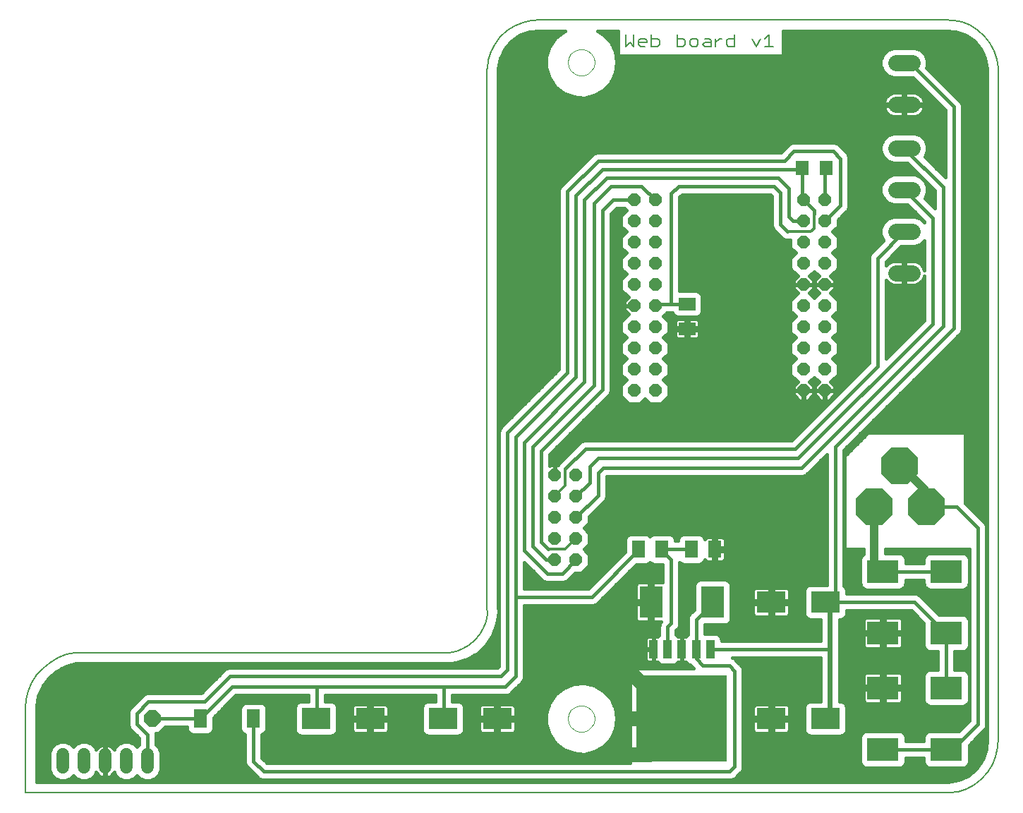
<source format=gtl>
G75*
G70*
%OFA0B0*%
%FSLAX24Y24*%
%IPPOS*%
%LPD*%
%AMOC8*
5,1,8,0,0,1.08239X$1,22.5*
%
%ADD10C,0.0080*%
%ADD11R,0.0787X0.0591*%
%ADD12R,0.0630X0.0710*%
%ADD13R,0.1378X0.0984*%
%ADD14OC8,0.0600*%
%ADD15C,0.0600*%
%ADD16R,0.4252X0.4098*%
%ADD17R,0.0420X0.0850*%
%ADD18R,0.1102X0.1496*%
%ADD19R,0.0630X0.0787*%
%ADD20R,0.1496X0.1102*%
%ADD21R,0.0630X0.0866*%
%ADD22C,0.0780*%
%ADD23C,0.0000*%
%ADD24OC8,0.1750*%
%ADD25C,0.0160*%
%ADD26C,0.0120*%
%ADD27C,0.0700*%
%ADD28OC8,0.0768*%
%ADD29C,0.0400*%
%ADD30C,0.0240*%
D10*
X000685Y002500D02*
X000685Y006043D01*
X000660Y006471D01*
X000701Y006897D01*
X000809Y007311D01*
X000981Y007704D01*
X001212Y008065D01*
X001496Y008385D01*
X001827Y008657D01*
X002197Y008874D01*
X002596Y009030D01*
X003014Y009122D01*
X020678Y009122D01*
X021019Y009182D01*
X021345Y009301D01*
X021646Y009475D01*
X021911Y009698D01*
X022134Y009964D01*
X022307Y010264D01*
X022426Y010591D01*
X022486Y010932D01*
X022485Y011279D01*
X022485Y036697D01*
X022486Y036697D02*
X022540Y037112D01*
X022665Y037512D01*
X022858Y037884D01*
X023112Y038217D01*
X023421Y038501D01*
X023774Y038727D01*
X024161Y038888D01*
X024570Y038980D01*
X024988Y038999D01*
X024988Y039000D02*
X044114Y039000D01*
X044115Y039000D02*
X044530Y038985D01*
X044937Y038899D01*
X045322Y038743D01*
X045675Y038523D01*
X045983Y038245D01*
X046239Y037918D01*
X046434Y037551D01*
X046563Y037155D01*
X046621Y036744D01*
X046620Y036744D02*
X046620Y005068D01*
X046621Y005068D02*
X046605Y004642D01*
X046516Y004225D01*
X046356Y003829D01*
X046129Y003468D01*
X045844Y003151D01*
X045507Y002889D01*
X045130Y002689D01*
X044724Y002558D01*
X044302Y002499D01*
X044302Y002500D02*
X000685Y002500D01*
X029025Y037740D02*
X029219Y037933D01*
X029412Y037740D01*
X029412Y038320D01*
X029633Y038030D02*
X029633Y037836D01*
X029730Y037740D01*
X029923Y037740D01*
X030020Y037933D02*
X029633Y037933D01*
X029633Y038030D02*
X029730Y038126D01*
X029923Y038126D01*
X030020Y038030D01*
X030020Y037933D01*
X030241Y037740D02*
X030531Y037740D01*
X030628Y037836D01*
X030628Y038030D01*
X030531Y038126D01*
X030241Y038126D01*
X030241Y038320D02*
X030241Y037740D01*
X031456Y037740D02*
X031746Y037740D01*
X031843Y037836D01*
X031843Y038030D01*
X031746Y038126D01*
X031456Y038126D01*
X031456Y038320D02*
X031456Y037740D01*
X032064Y037836D02*
X032161Y037740D01*
X032354Y037740D01*
X032451Y037836D01*
X032451Y038030D01*
X032354Y038126D01*
X032161Y038126D01*
X032064Y038030D01*
X032064Y037836D01*
X032672Y037836D02*
X032768Y037933D01*
X033059Y037933D01*
X033059Y038030D02*
X033059Y037740D01*
X032768Y037740D01*
X032672Y037836D01*
X032768Y038126D02*
X032962Y038126D01*
X033059Y038030D01*
X033279Y038126D02*
X033279Y037740D01*
X033279Y037933D02*
X033473Y038126D01*
X033570Y038126D01*
X033786Y038030D02*
X033883Y038126D01*
X034173Y038126D01*
X034173Y038320D02*
X034173Y037740D01*
X033883Y037740D01*
X033786Y037836D01*
X033786Y038030D01*
X035001Y038126D02*
X035195Y037740D01*
X035388Y038126D01*
X035609Y038126D02*
X035802Y038320D01*
X035802Y037740D01*
X035609Y037740D02*
X035996Y037740D01*
X029025Y037740D02*
X029025Y038320D01*
D11*
X031935Y025590D03*
X031935Y024409D03*
D12*
X037376Y032000D03*
X038495Y032000D03*
D13*
X038465Y011500D03*
X035906Y011500D03*
X035906Y006000D03*
X038465Y006000D03*
X022965Y006000D03*
X020406Y006000D03*
X016965Y006000D03*
X014406Y006000D03*
D14*
X025685Y013500D03*
X026685Y013500D03*
X026685Y014500D03*
X026685Y015500D03*
X025685Y015500D03*
X025685Y014500D03*
X025685Y016500D03*
X025685Y017500D03*
X026685Y017500D03*
X026685Y016500D03*
X029435Y021500D03*
X030435Y021500D03*
X030435Y022500D03*
X030435Y023500D03*
X029435Y023500D03*
X029435Y022500D03*
X029435Y024500D03*
X029435Y025500D03*
X030435Y025500D03*
X030435Y024500D03*
X030435Y026500D03*
X030435Y027500D03*
X029435Y027500D03*
X029435Y026500D03*
X029435Y028500D03*
X029435Y029500D03*
X030435Y029500D03*
X030435Y028500D03*
X030435Y030500D03*
X029435Y030500D03*
X037435Y030500D03*
X038435Y030500D03*
X038435Y029500D03*
X037435Y029500D03*
X037435Y028500D03*
X038435Y028500D03*
X038435Y027500D03*
X037435Y027500D03*
X037435Y026500D03*
X038435Y026500D03*
X038435Y025500D03*
X037435Y025500D03*
X037435Y024500D03*
X038435Y024500D03*
X038435Y023500D03*
X037435Y023500D03*
X037435Y022500D03*
X038435Y022500D03*
X038435Y021500D03*
X037435Y021500D03*
D15*
X006435Y004300D02*
X006435Y003700D01*
X005435Y003700D02*
X005435Y004300D01*
X004435Y004300D02*
X004435Y003700D01*
X003435Y003700D02*
X003435Y004300D01*
X002435Y004300D02*
X002435Y003700D01*
D16*
X031685Y006000D03*
D17*
X031685Y009280D03*
X031015Y009280D03*
X030345Y009280D03*
X032355Y009280D03*
X033025Y009280D03*
D18*
X033142Y011500D03*
X030229Y011500D03*
D19*
X030737Y014000D03*
X029634Y014000D03*
X032134Y014000D03*
X033237Y014000D03*
D20*
X041185Y012956D03*
X044185Y012956D03*
X044185Y010043D03*
X041185Y010043D03*
X041185Y007456D03*
X044185Y007456D03*
X044185Y004543D03*
X041185Y004543D03*
D21*
X011445Y006000D03*
X008926Y006000D03*
D22*
X041795Y027050D02*
X042575Y027050D01*
X042575Y029010D02*
X041795Y029010D01*
X041795Y030990D02*
X042575Y030990D01*
X042575Y032950D02*
X041795Y032950D01*
X041795Y035010D02*
X042575Y035010D01*
X042575Y036980D02*
X041795Y036980D01*
D23*
X026305Y037000D02*
X026343Y037215D01*
X026452Y037405D01*
X026620Y037546D01*
X026826Y037620D01*
X027044Y037620D01*
X027250Y037546D01*
X027418Y037405D01*
X027527Y037215D01*
X027565Y037000D01*
X027527Y036785D01*
X027418Y036595D01*
X027250Y036454D01*
X027044Y036380D01*
X026826Y036380D01*
X026620Y036454D01*
X026452Y036595D01*
X026343Y036785D01*
X026305Y037000D01*
X026305Y006000D02*
X026343Y006215D01*
X026452Y006405D01*
X026620Y006546D01*
X026826Y006620D01*
X027044Y006620D01*
X027250Y006546D01*
X027418Y006405D01*
X027527Y006215D01*
X027565Y006000D01*
X027527Y005785D01*
X027418Y005595D01*
X027250Y005454D01*
X027044Y005380D01*
X026826Y005380D01*
X026620Y005454D01*
X026452Y005595D01*
X026343Y005785D01*
X026305Y006000D01*
D24*
X040785Y016000D03*
X041985Y017950D03*
X043235Y016000D03*
D25*
X044685Y016000D01*
X045685Y015000D01*
X045685Y005750D01*
X044479Y004543D01*
X044185Y004543D01*
X044185Y004500D01*
X044185Y004543D02*
X041185Y004543D01*
X040117Y004561D02*
X034585Y004561D01*
X034585Y004719D02*
X040117Y004719D01*
X040117Y004878D02*
X034585Y004878D01*
X034585Y005036D02*
X040117Y005036D01*
X040117Y005158D02*
X040117Y003928D01*
X040166Y003810D01*
X040256Y003720D01*
X040374Y003672D01*
X041997Y003672D01*
X042115Y003720D01*
X042205Y003810D01*
X042253Y003928D01*
X042253Y004143D01*
X043117Y004143D01*
X043117Y003928D01*
X043166Y003810D01*
X043256Y003720D01*
X043374Y003672D01*
X044997Y003672D01*
X045115Y003720D01*
X045205Y003810D01*
X045253Y003928D01*
X045253Y004752D01*
X045912Y005410D01*
X046024Y005523D01*
X046085Y005670D01*
X046085Y014000D01*
X046100Y014000D01*
X046100Y005158D01*
X046096Y005145D01*
X046100Y005055D01*
X046100Y005033D01*
X046061Y004540D01*
X045892Y004066D01*
X045607Y003652D01*
X045224Y003326D01*
X044770Y003110D01*
X044279Y003019D01*
X001205Y003019D01*
X001205Y005976D01*
X001215Y006012D01*
X001205Y006079D01*
X001205Y006146D01*
X005535Y006146D01*
X005535Y006170D02*
X005535Y005670D01*
X005596Y005523D01*
X005709Y005410D01*
X006035Y005084D01*
X006035Y004776D01*
X005935Y004676D01*
X005787Y004825D01*
X005559Y004919D01*
X005312Y004919D01*
X005084Y004825D01*
X004910Y004651D01*
X004860Y004530D01*
X004842Y004571D01*
X004707Y004706D01*
X004531Y004779D01*
X004455Y004779D01*
X004455Y004020D01*
X004415Y004020D01*
X004415Y004779D01*
X004340Y004779D01*
X004163Y004706D01*
X004028Y004571D01*
X004011Y004530D01*
X003961Y004651D01*
X003787Y004825D01*
X003559Y004919D01*
X003312Y004919D01*
X003084Y004825D01*
X002935Y004676D01*
X002787Y004825D01*
X002559Y004919D01*
X002312Y004919D01*
X002084Y004825D01*
X001910Y004651D01*
X001815Y004423D01*
X001815Y003576D01*
X001910Y003348D01*
X002084Y003174D01*
X002312Y003080D01*
X002559Y003080D01*
X002787Y003174D01*
X002935Y003323D01*
X003084Y003174D01*
X003312Y003080D01*
X003559Y003080D01*
X003787Y003174D01*
X003961Y003348D01*
X004011Y003469D01*
X004028Y003428D01*
X004163Y003293D01*
X004340Y003220D01*
X004415Y003220D01*
X004415Y003979D01*
X004455Y003979D01*
X004455Y003220D01*
X004531Y003220D01*
X004707Y003293D01*
X004842Y003428D01*
X004860Y003469D01*
X004910Y003348D01*
X005084Y003174D01*
X005312Y003080D01*
X005559Y003080D01*
X005787Y003174D01*
X005935Y003323D01*
X006084Y003174D01*
X006312Y003080D01*
X006559Y003080D01*
X006787Y003174D01*
X006961Y003348D01*
X007055Y003576D01*
X007055Y004423D01*
X006961Y004651D01*
X006835Y004776D01*
X006835Y005170D01*
X006835Y005296D01*
X006977Y005296D01*
X007281Y005600D01*
X008291Y005600D01*
X008291Y005503D01*
X008339Y005385D01*
X008429Y005295D01*
X008547Y005246D01*
X009304Y005246D01*
X009422Y005295D01*
X009512Y005385D01*
X009560Y005503D01*
X009560Y006059D01*
X010601Y007100D01*
X014035Y007100D01*
X014035Y006812D01*
X013653Y006812D01*
X013536Y006763D01*
X013446Y006673D01*
X013397Y006555D01*
X013397Y005444D01*
X013446Y005326D01*
X013536Y005236D01*
X013653Y005187D01*
X015158Y005187D01*
X015276Y005236D01*
X015366Y005326D01*
X015415Y005444D01*
X015415Y006555D01*
X015366Y006673D01*
X015276Y006763D01*
X015158Y006812D01*
X014835Y006812D01*
X014835Y007100D01*
X020035Y007100D01*
X020035Y006812D01*
X019653Y006812D01*
X019536Y006763D01*
X019446Y006673D01*
X019397Y006555D01*
X019397Y005444D01*
X019446Y005326D01*
X019536Y005236D01*
X019653Y005187D01*
X021158Y005187D01*
X021276Y005236D01*
X021366Y005326D01*
X021415Y005444D01*
X021415Y006555D01*
X021366Y006673D01*
X021276Y006763D01*
X021158Y006812D01*
X020835Y006812D01*
X020835Y007100D01*
X023415Y007100D01*
X023562Y007160D01*
X023674Y007273D01*
X024062Y007660D01*
X024174Y007773D01*
X024235Y007920D01*
X024235Y011350D01*
X027356Y011350D01*
X027515Y011350D01*
X027662Y011410D01*
X029537Y013286D01*
X030013Y013286D01*
X030130Y013335D01*
X030185Y013389D01*
X030240Y013335D01*
X030358Y013286D01*
X030785Y013286D01*
X030785Y012428D01*
X030309Y012428D01*
X030309Y011580D01*
X030149Y011580D01*
X030149Y012428D01*
X029603Y012428D01*
X029497Y012322D01*
X029497Y011579D01*
X030149Y011579D01*
X030149Y011420D01*
X030149Y011419D02*
X030309Y011419D01*
X030309Y010571D01*
X030692Y010571D01*
X030676Y010556D01*
X030615Y010409D01*
X030615Y010250D01*
X030615Y009967D01*
X030534Y009886D01*
X030534Y009884D01*
X030370Y009884D01*
X030370Y009305D01*
X030320Y009305D01*
X030320Y009884D01*
X030061Y009884D01*
X029955Y009779D01*
X029955Y009305D01*
X030320Y009305D01*
X030320Y009254D01*
X030370Y009254D01*
X030370Y008675D01*
X030534Y008675D01*
X030534Y008673D01*
X030624Y008583D01*
X030742Y008535D01*
X031289Y008535D01*
X031407Y008583D01*
X031497Y008673D01*
X031497Y008675D01*
X031660Y008675D01*
X031660Y009254D01*
X031710Y009254D01*
X031710Y008675D01*
X031874Y008675D01*
X031874Y008673D01*
X031964Y008583D01*
X032082Y008535D01*
X032085Y008535D01*
X032251Y008369D01*
X029496Y008369D01*
X029378Y008320D01*
X029288Y008230D01*
X029239Y008112D01*
X029239Y003899D01*
X012101Y003899D01*
X011845Y004155D01*
X011845Y005255D01*
X011941Y005295D01*
X012031Y005385D01*
X012080Y005503D01*
X012080Y006496D01*
X012031Y006614D01*
X011941Y006704D01*
X011824Y006753D01*
X011067Y006753D01*
X010949Y006704D01*
X010859Y006614D01*
X010810Y006496D01*
X010810Y005503D01*
X010859Y005385D01*
X010949Y005295D01*
X011045Y005255D01*
X011045Y004069D01*
X011045Y003910D01*
X011106Y003763D01*
X011596Y003273D01*
X011709Y003160D01*
X011856Y003100D01*
X033856Y003100D01*
X034015Y003100D01*
X034162Y003160D01*
X034412Y003410D01*
X034524Y003523D01*
X034585Y003670D01*
X034585Y008170D01*
X034585Y008329D01*
X034524Y008476D01*
X034274Y008726D01*
X034162Y008839D01*
X034063Y008880D01*
X038245Y008880D01*
X038245Y006812D01*
X037712Y006812D01*
X037595Y006763D01*
X037505Y006673D01*
X037456Y006555D01*
X037456Y005444D01*
X037505Y005326D01*
X037595Y005236D01*
X037712Y005187D01*
X039218Y005187D01*
X039335Y005236D01*
X039425Y005326D01*
X039474Y005444D01*
X039474Y006555D01*
X039425Y006673D01*
X039335Y006763D01*
X039218Y006812D01*
X039125Y006812D01*
X039125Y009162D01*
X039125Y010687D01*
X039218Y010687D01*
X039335Y010736D01*
X039425Y010826D01*
X039474Y010944D01*
X039474Y011100D01*
X042520Y011100D01*
X043117Y010502D01*
X043117Y009428D01*
X043166Y009310D01*
X043256Y009220D01*
X043374Y009172D01*
X043785Y009172D01*
X043785Y008327D01*
X043374Y008327D01*
X043256Y008279D01*
X043166Y008189D01*
X043117Y008071D01*
X043117Y006841D01*
X043166Y006724D01*
X043256Y006634D01*
X043374Y006585D01*
X044997Y006585D01*
X045115Y006634D01*
X045205Y006724D01*
X045253Y006841D01*
X045253Y008071D01*
X045205Y008189D01*
X045115Y008279D01*
X044997Y008327D01*
X044585Y008327D01*
X044585Y009172D01*
X044997Y009172D01*
X045115Y009220D01*
X045205Y009310D01*
X045253Y009428D01*
X045253Y010658D01*
X045205Y010775D01*
X045115Y010865D01*
X044997Y010914D01*
X043836Y010914D01*
X042912Y011839D01*
X042765Y011899D01*
X042606Y011899D01*
X039474Y011899D01*
X039474Y012055D01*
X039425Y012173D01*
X039335Y012263D01*
X039335Y018684D01*
X044762Y024110D01*
X044874Y024223D01*
X044935Y024370D01*
X044935Y034820D01*
X044935Y034979D01*
X044874Y035126D01*
X043249Y036751D01*
X043285Y036838D01*
X043285Y037121D01*
X043177Y037382D01*
X042978Y037581D01*
X042717Y037689D01*
X041654Y037689D01*
X041393Y037581D01*
X041193Y037382D01*
X041085Y037121D01*
X041085Y036838D01*
X041193Y036577D01*
X041393Y036378D01*
X041654Y036270D01*
X042600Y036270D01*
X044135Y034734D01*
X044135Y031565D01*
X043165Y032535D01*
X043177Y032547D01*
X043285Y032808D01*
X043285Y033091D01*
X043177Y033352D01*
X042978Y033551D01*
X042717Y033659D01*
X041654Y033659D01*
X041393Y033551D01*
X041193Y033352D01*
X041085Y033091D01*
X041085Y032808D01*
X041193Y032547D01*
X041393Y032348D01*
X041654Y032240D01*
X042330Y032240D01*
X043635Y030934D01*
X043635Y030115D01*
X043170Y030580D01*
X043177Y030587D01*
X043285Y030848D01*
X043285Y031131D01*
X043177Y031392D01*
X042978Y031591D01*
X042717Y031699D01*
X041654Y031699D01*
X041393Y031591D01*
X041193Y031392D01*
X041085Y031131D01*
X041085Y030848D01*
X041193Y030587D01*
X041393Y030388D01*
X041654Y030280D01*
X042340Y030280D01*
X043135Y029484D01*
X043135Y029454D01*
X042978Y029611D01*
X042717Y029719D01*
X041654Y029719D01*
X041393Y029611D01*
X041193Y029412D01*
X041085Y029151D01*
X041085Y028868D01*
X041193Y028607D01*
X041210Y028590D01*
X040709Y028089D01*
X040596Y027976D01*
X040535Y027829D01*
X040535Y022815D01*
X036870Y019149D01*
X027056Y019149D01*
X026909Y019089D01*
X026796Y018976D01*
X025846Y018026D01*
X025827Y017979D01*
X025705Y017979D01*
X025705Y017520D01*
X025665Y017520D01*
X025665Y017979D01*
X025487Y017979D01*
X025435Y017928D01*
X025435Y018484D01*
X028274Y021323D01*
X028335Y021470D01*
X028335Y021629D01*
X028335Y029834D01*
X028601Y030100D01*
X028959Y030100D01*
X029059Y029999D01*
X028815Y029756D01*
X028815Y029243D01*
X029059Y028999D01*
X028815Y028756D01*
X028815Y028243D01*
X029059Y027999D01*
X028815Y027756D01*
X028815Y027243D01*
X029059Y026999D01*
X028815Y026756D01*
X028815Y026243D01*
X029158Y025901D01*
X028955Y025698D01*
X028955Y025520D01*
X029415Y025520D01*
X029415Y025479D01*
X028955Y025479D01*
X028955Y025301D01*
X029158Y025099D01*
X028815Y024756D01*
X028815Y024243D01*
X029059Y023999D01*
X028815Y023756D01*
X028815Y023243D01*
X029059Y022999D01*
X028815Y022756D01*
X028815Y022243D01*
X029059Y021999D01*
X028815Y021756D01*
X028815Y021243D01*
X029179Y020880D01*
X029692Y020880D01*
X029935Y021123D01*
X030179Y020880D01*
X030692Y020880D01*
X031055Y021243D01*
X031055Y021756D01*
X030812Y021999D01*
X031055Y022243D01*
X031055Y022756D01*
X030812Y022999D01*
X031055Y023243D01*
X031055Y023756D01*
X030812Y023999D01*
X031055Y024243D01*
X031055Y024756D01*
X030812Y024999D01*
X031003Y025190D01*
X031106Y025190D01*
X031239Y025190D01*
X031270Y025114D01*
X031360Y025024D01*
X031478Y024975D01*
X032393Y024975D01*
X032510Y025024D01*
X032600Y025114D01*
X032649Y025231D01*
X032649Y025949D01*
X032600Y026067D01*
X032510Y026157D01*
X032393Y026205D01*
X031585Y026205D01*
X031585Y030634D01*
X031701Y030750D01*
X035870Y030750D01*
X035935Y030684D01*
X035935Y029429D01*
X035935Y029270D01*
X035996Y029123D01*
X036459Y028660D01*
X036606Y028600D01*
X036765Y028600D01*
X036813Y028620D01*
X036815Y028620D01*
X036815Y028243D01*
X037059Y027999D01*
X036815Y027756D01*
X036815Y027243D01*
X037158Y026901D01*
X036955Y026698D01*
X036955Y026520D01*
X037415Y026520D01*
X037415Y026479D01*
X036955Y026479D01*
X036955Y026301D01*
X037158Y026099D01*
X036815Y025756D01*
X036815Y025243D01*
X037059Y024999D01*
X036815Y024756D01*
X036815Y024243D01*
X037059Y023999D01*
X036815Y023756D01*
X036815Y023243D01*
X037059Y022999D01*
X036815Y022756D01*
X036815Y022243D01*
X037158Y021901D01*
X036955Y021698D01*
X036955Y021520D01*
X037415Y021520D01*
X037415Y021479D01*
X037455Y021479D01*
X037455Y021020D01*
X037634Y021020D01*
X037915Y021301D01*
X037915Y021479D01*
X037456Y021479D01*
X037456Y021520D01*
X037915Y021520D01*
X037915Y021698D01*
X037713Y021901D01*
X037935Y022123D01*
X038158Y021901D01*
X037955Y021698D01*
X037955Y021520D01*
X038415Y021520D01*
X038415Y021479D01*
X038455Y021479D01*
X038455Y021020D01*
X038634Y021020D01*
X038915Y021301D01*
X038915Y021479D01*
X038456Y021479D01*
X038456Y021520D01*
X038915Y021520D01*
X038915Y021698D01*
X038713Y021901D01*
X039055Y022243D01*
X039055Y022756D01*
X038812Y022999D01*
X039055Y023243D01*
X039055Y023756D01*
X038812Y023999D01*
X039055Y024243D01*
X039055Y024756D01*
X038812Y024999D01*
X039055Y025243D01*
X039055Y025756D01*
X038713Y026099D01*
X038915Y026301D01*
X038915Y026479D01*
X038456Y026479D01*
X038456Y026520D01*
X038915Y026520D01*
X038915Y026698D01*
X038713Y026901D01*
X039055Y027243D01*
X039055Y027756D01*
X038812Y027999D01*
X039055Y028243D01*
X039055Y028756D01*
X038812Y028999D01*
X039055Y029243D01*
X039055Y029554D01*
X039412Y029910D01*
X039524Y030023D01*
X039585Y030170D01*
X039585Y032370D01*
X039585Y032529D01*
X039524Y032676D01*
X039062Y033139D01*
X038915Y033199D01*
X038756Y033199D01*
X036906Y033199D01*
X036759Y033139D01*
X036646Y033026D01*
X036370Y032749D01*
X027815Y032749D01*
X027656Y032749D01*
X027509Y032689D01*
X025946Y031126D01*
X025885Y030979D01*
X025885Y030820D01*
X025885Y022515D01*
X023209Y019839D01*
X023209Y019839D01*
X023096Y019726D01*
X023035Y019579D01*
X023035Y008465D01*
X022970Y008399D01*
X010415Y008399D01*
X010256Y008399D01*
X010109Y008339D01*
X008970Y007199D01*
X006565Y007199D01*
X006406Y007199D01*
X006259Y007139D01*
X005596Y006476D01*
X005535Y006329D01*
X005535Y006170D01*
X005535Y006305D02*
X001196Y006305D01*
X001199Y006161D02*
X001188Y006609D01*
X001285Y007094D01*
X001489Y007545D01*
X001787Y007940D01*
X002166Y008258D01*
X002606Y008484D01*
X003066Y008602D01*
X020598Y008602D01*
X020621Y008594D01*
X020701Y008602D01*
X020782Y008602D01*
X020803Y008611D01*
X021006Y008628D01*
X021544Y008802D01*
X022030Y009092D01*
X022439Y009482D01*
X022752Y009953D01*
X022752Y009953D01*
X022951Y010482D01*
X022951Y010482D01*
X023028Y011043D01*
X023005Y011301D01*
X023005Y036678D01*
X023089Y037160D01*
X023296Y037606D01*
X023612Y037984D01*
X024014Y038267D01*
X024476Y038436D01*
X024962Y038480D01*
X024977Y038480D01*
X025070Y038476D01*
X025080Y038480D01*
X026159Y038480D01*
X026095Y038454D01*
X025704Y038142D01*
X025422Y037728D01*
X025274Y037250D01*
X025274Y037250D01*
X025274Y036749D01*
X025422Y036271D01*
X025422Y036271D01*
X025704Y035857D01*
X026095Y035545D01*
X026095Y035545D01*
X026561Y035362D01*
X026562Y035362D01*
X027061Y035324D01*
X027549Y035436D01*
X027983Y035686D01*
X028323Y036053D01*
X028323Y036053D01*
X028541Y036504D01*
X028541Y036504D01*
X028615Y036999D01*
X028541Y037495D01*
X028323Y037946D01*
X027983Y038313D01*
X027983Y038313D01*
X027694Y038480D01*
X028685Y038480D01*
X028685Y038440D01*
X028665Y038392D01*
X028665Y037811D01*
X028665Y037668D01*
X028685Y037620D01*
X028685Y037300D01*
X036485Y037300D01*
X036485Y038480D01*
X044025Y038480D01*
X044038Y038475D01*
X044128Y038480D01*
X044151Y038480D01*
X044627Y038442D01*
X045086Y038280D01*
X045487Y038004D01*
X045803Y037634D01*
X046012Y037195D01*
X046100Y036720D01*
X046100Y014100D01*
X046085Y014100D01*
X046085Y014920D01*
X046085Y015079D01*
X046024Y015226D01*
X045085Y016165D01*
X045085Y019500D01*
X040485Y019500D01*
X039385Y018400D01*
X039385Y014000D01*
X040265Y014000D01*
X040265Y013783D01*
X040256Y013779D01*
X040166Y013689D01*
X040117Y013571D01*
X040117Y012341D01*
X040166Y012224D01*
X040256Y012134D01*
X040374Y012085D01*
X041997Y012085D01*
X042115Y012134D01*
X042205Y012224D01*
X042253Y012341D01*
X042253Y012556D01*
X043117Y012556D01*
X043117Y012341D01*
X043166Y012224D01*
X043256Y012134D01*
X043374Y012085D01*
X044997Y012085D01*
X045115Y012134D01*
X045205Y012224D01*
X045253Y012341D01*
X045253Y013571D01*
X045205Y013689D01*
X045115Y013779D01*
X044997Y013827D01*
X043374Y013827D01*
X043256Y013779D01*
X043166Y013689D01*
X043117Y013571D01*
X043117Y013356D01*
X042253Y013356D01*
X042253Y013571D01*
X042205Y013689D01*
X042115Y013779D01*
X041997Y013827D01*
X041305Y013827D01*
X041305Y014000D01*
X045285Y014000D01*
X045285Y005915D01*
X044784Y005414D01*
X043374Y005414D01*
X043256Y005365D01*
X043166Y005275D01*
X043117Y005158D01*
X043117Y004943D01*
X042253Y004943D01*
X042253Y005158D01*
X042205Y005275D01*
X042115Y005365D01*
X041997Y005414D01*
X040374Y005414D01*
X040256Y005365D01*
X040166Y005275D01*
X040117Y005158D01*
X040133Y005195D02*
X039235Y005195D01*
X039436Y005353D02*
X040244Y005353D01*
X039474Y005512D02*
X044882Y005512D01*
X045041Y005670D02*
X039474Y005670D01*
X039474Y005829D02*
X045199Y005829D01*
X045285Y005987D02*
X039474Y005987D01*
X039474Y006146D02*
X045285Y006146D01*
X045285Y006305D02*
X039474Y006305D01*
X039474Y006463D02*
X045285Y006463D01*
X045285Y006622D02*
X045085Y006622D01*
X045228Y006780D02*
X045285Y006780D01*
X045285Y006939D02*
X045253Y006939D01*
X045253Y007097D02*
X045285Y007097D01*
X045285Y007256D02*
X045253Y007256D01*
X045253Y007414D02*
X045285Y007414D01*
X045285Y007573D02*
X045253Y007573D01*
X045253Y007731D02*
X045285Y007731D01*
X045285Y007890D02*
X045253Y007890D01*
X045253Y008049D02*
X045285Y008049D01*
X045285Y008207D02*
X045186Y008207D01*
X045285Y008366D02*
X044585Y008366D01*
X044585Y008524D02*
X045285Y008524D01*
X045285Y008683D02*
X044585Y008683D01*
X044585Y008841D02*
X045285Y008841D01*
X045285Y009000D02*
X044585Y009000D01*
X044585Y009158D02*
X045285Y009158D01*
X045285Y009317D02*
X045207Y009317D01*
X045253Y009475D02*
X045285Y009475D01*
X045285Y009634D02*
X045253Y009634D01*
X045253Y009793D02*
X045285Y009793D01*
X045285Y009951D02*
X045253Y009951D01*
X045253Y010110D02*
X045285Y010110D01*
X045285Y010268D02*
X045253Y010268D01*
X045253Y010427D02*
X045285Y010427D01*
X045285Y010585D02*
X045253Y010585D01*
X045218Y010744D02*
X045285Y010744D01*
X045285Y010902D02*
X045025Y010902D01*
X045285Y011061D02*
X043690Y011061D01*
X043531Y011219D02*
X045285Y011219D01*
X045285Y011378D02*
X043373Y011378D01*
X043214Y011536D02*
X045285Y011536D01*
X045285Y011695D02*
X043055Y011695D01*
X042876Y011854D02*
X045285Y011854D01*
X045285Y012012D02*
X039474Y012012D01*
X039426Y012171D02*
X040219Y012171D01*
X040122Y012329D02*
X039335Y012329D01*
X039335Y012488D02*
X040117Y012488D01*
X040117Y012646D02*
X039335Y012646D01*
X039335Y012805D02*
X040117Y012805D01*
X040117Y012963D02*
X039335Y012963D01*
X039335Y013122D02*
X040117Y013122D01*
X040117Y013280D02*
X039335Y013280D01*
X039335Y013439D02*
X040117Y013439D01*
X040128Y013598D02*
X039335Y013598D01*
X039335Y013756D02*
X040233Y013756D01*
X040265Y013915D02*
X039335Y013915D01*
X039335Y014073D02*
X039385Y014073D01*
X039385Y014232D02*
X039335Y014232D01*
X039335Y014390D02*
X039385Y014390D01*
X039385Y014549D02*
X039335Y014549D01*
X039335Y014707D02*
X039385Y014707D01*
X039385Y014866D02*
X039335Y014866D01*
X039335Y015024D02*
X039385Y015024D01*
X039385Y015183D02*
X039335Y015183D01*
X039335Y015342D02*
X039385Y015342D01*
X039385Y015500D02*
X039335Y015500D01*
X039335Y015659D02*
X039385Y015659D01*
X039385Y015817D02*
X039335Y015817D01*
X039335Y015976D02*
X039385Y015976D01*
X039385Y016134D02*
X039335Y016134D01*
X039335Y016293D02*
X039385Y016293D01*
X039385Y016451D02*
X039335Y016451D01*
X039335Y016610D02*
X039385Y016610D01*
X039385Y016768D02*
X039335Y016768D01*
X039335Y016927D02*
X039385Y016927D01*
X039385Y017086D02*
X039335Y017086D01*
X039335Y017244D02*
X039385Y017244D01*
X039385Y017403D02*
X039335Y017403D01*
X039335Y017561D02*
X039385Y017561D01*
X039385Y017720D02*
X039335Y017720D01*
X039335Y017878D02*
X039385Y017878D01*
X039385Y018037D02*
X039335Y018037D01*
X039335Y018195D02*
X039385Y018195D01*
X039385Y018354D02*
X039335Y018354D01*
X039335Y018512D02*
X039498Y018512D01*
X039657Y018671D02*
X039335Y018671D01*
X039481Y018829D02*
X039815Y018829D01*
X039974Y018988D02*
X039640Y018988D01*
X039798Y019147D02*
X040132Y019147D01*
X040291Y019305D02*
X039957Y019305D01*
X040115Y019464D02*
X040449Y019464D01*
X040274Y019622D02*
X046100Y019622D01*
X046100Y019464D02*
X045085Y019464D01*
X045085Y019305D02*
X046100Y019305D01*
X046100Y019147D02*
X045085Y019147D01*
X045085Y018988D02*
X046100Y018988D01*
X046100Y018829D02*
X045085Y018829D01*
X045085Y018671D02*
X046100Y018671D01*
X046100Y018512D02*
X045085Y018512D01*
X045085Y018354D02*
X046100Y018354D01*
X046100Y018195D02*
X045085Y018195D01*
X045085Y018037D02*
X046100Y018037D01*
X046100Y017878D02*
X045085Y017878D01*
X045085Y017720D02*
X046100Y017720D01*
X046100Y017561D02*
X045085Y017561D01*
X045085Y017403D02*
X046100Y017403D01*
X046100Y017244D02*
X045085Y017244D01*
X045085Y017086D02*
X046100Y017086D01*
X046100Y016927D02*
X045085Y016927D01*
X045085Y016768D02*
X046100Y016768D01*
X046100Y016610D02*
X045085Y016610D01*
X045085Y016451D02*
X046100Y016451D01*
X046100Y016293D02*
X045085Y016293D01*
X045116Y016134D02*
X046100Y016134D01*
X046100Y015976D02*
X045275Y015976D01*
X045433Y015817D02*
X046100Y015817D01*
X046100Y015659D02*
X045592Y015659D01*
X045750Y015500D02*
X046100Y015500D01*
X046100Y015342D02*
X045909Y015342D01*
X046042Y015183D02*
X046100Y015183D01*
X046085Y015024D02*
X046100Y015024D01*
X046085Y014866D02*
X046100Y014866D01*
X046085Y014707D02*
X046100Y014707D01*
X046085Y014549D02*
X046100Y014549D01*
X046085Y014390D02*
X046100Y014390D01*
X046085Y014232D02*
X046100Y014232D01*
X046085Y013915D02*
X046100Y013915D01*
X046085Y013756D02*
X046100Y013756D01*
X046085Y013598D02*
X046100Y013598D01*
X046085Y013439D02*
X046100Y013439D01*
X046085Y013280D02*
X046100Y013280D01*
X046085Y013122D02*
X046100Y013122D01*
X046085Y012963D02*
X046100Y012963D01*
X046085Y012805D02*
X046100Y012805D01*
X046085Y012646D02*
X046100Y012646D01*
X046085Y012488D02*
X046100Y012488D01*
X046085Y012329D02*
X046100Y012329D01*
X046085Y012171D02*
X046100Y012171D01*
X046085Y012012D02*
X046100Y012012D01*
X046085Y011854D02*
X046100Y011854D01*
X046085Y011695D02*
X046100Y011695D01*
X046085Y011536D02*
X046100Y011536D01*
X046085Y011378D02*
X046100Y011378D01*
X046085Y011219D02*
X046100Y011219D01*
X046085Y011061D02*
X046100Y011061D01*
X046085Y010902D02*
X046100Y010902D01*
X046085Y010744D02*
X046100Y010744D01*
X046085Y010585D02*
X046100Y010585D01*
X046085Y010427D02*
X046100Y010427D01*
X046085Y010268D02*
X046100Y010268D01*
X046085Y010110D02*
X046100Y010110D01*
X046085Y009951D02*
X046100Y009951D01*
X046085Y009793D02*
X046100Y009793D01*
X046085Y009634D02*
X046100Y009634D01*
X046085Y009475D02*
X046100Y009475D01*
X046085Y009317D02*
X046100Y009317D01*
X046085Y009158D02*
X046100Y009158D01*
X046085Y009000D02*
X046100Y009000D01*
X046085Y008841D02*
X046100Y008841D01*
X046085Y008683D02*
X046100Y008683D01*
X046085Y008524D02*
X046100Y008524D01*
X046085Y008366D02*
X046100Y008366D01*
X046085Y008207D02*
X046100Y008207D01*
X046085Y008049D02*
X046100Y008049D01*
X046085Y007890D02*
X046100Y007890D01*
X046085Y007731D02*
X046100Y007731D01*
X046085Y007573D02*
X046100Y007573D01*
X046085Y007414D02*
X046100Y007414D01*
X046085Y007256D02*
X046100Y007256D01*
X046085Y007097D02*
X046100Y007097D01*
X046085Y006939D02*
X046100Y006939D01*
X046085Y006780D02*
X046100Y006780D01*
X046085Y006622D02*
X046100Y006622D01*
X046085Y006463D02*
X046100Y006463D01*
X046085Y006305D02*
X046100Y006305D01*
X046085Y006146D02*
X046100Y006146D01*
X046085Y005987D02*
X046100Y005987D01*
X046085Y005829D02*
X046100Y005829D01*
X046085Y005670D02*
X046100Y005670D01*
X046100Y005512D02*
X046013Y005512D01*
X046100Y005353D02*
X045855Y005353D01*
X045696Y005195D02*
X046100Y005195D01*
X046100Y005036D02*
X045538Y005036D01*
X045379Y004878D02*
X046088Y004878D01*
X046075Y004719D02*
X045253Y004719D01*
X045253Y004561D02*
X046063Y004561D01*
X046012Y004402D02*
X045253Y004402D01*
X045253Y004244D02*
X045956Y004244D01*
X045899Y004085D02*
X045253Y004085D01*
X045253Y003926D02*
X045796Y003926D01*
X045687Y003768D02*
X045162Y003768D01*
X045371Y003451D02*
X034452Y003451D01*
X034560Y003609D02*
X045557Y003609D01*
X045607Y003652D02*
X045607Y003652D01*
X045154Y003292D02*
X034294Y003292D01*
X034097Y003134D02*
X044820Y003134D01*
X043209Y003768D02*
X042162Y003768D01*
X042253Y003926D02*
X043118Y003926D01*
X043117Y004085D02*
X042253Y004085D01*
X042253Y005036D02*
X043117Y005036D01*
X043133Y005195D02*
X042238Y005195D01*
X042127Y005353D02*
X043244Y005353D01*
X043285Y006622D02*
X039446Y006622D01*
X039293Y006780D02*
X040308Y006780D01*
X040257Y006830D02*
X040363Y006725D01*
X041105Y006725D01*
X041105Y007376D01*
X040257Y007376D01*
X040257Y006830D01*
X040257Y006939D02*
X039125Y006939D01*
X039125Y007097D02*
X040257Y007097D01*
X040257Y007256D02*
X039125Y007256D01*
X039125Y007414D02*
X041105Y007414D01*
X041105Y007376D02*
X041105Y007536D01*
X040257Y007536D01*
X040257Y008082D01*
X040363Y008187D01*
X041105Y008187D01*
X041105Y007536D01*
X041265Y007536D01*
X041265Y008187D01*
X042008Y008187D01*
X042113Y008082D01*
X042113Y007536D01*
X041265Y007536D01*
X041265Y007376D01*
X041265Y006725D01*
X042008Y006725D01*
X042113Y006830D01*
X042113Y007376D01*
X041265Y007376D01*
X041105Y007376D01*
X041105Y007256D02*
X041265Y007256D01*
X041265Y007414D02*
X043117Y007414D01*
X043117Y007256D02*
X042113Y007256D01*
X042113Y007097D02*
X043117Y007097D01*
X043117Y006939D02*
X042113Y006939D01*
X042063Y006780D02*
X043143Y006780D01*
X043117Y007573D02*
X042113Y007573D01*
X042113Y007731D02*
X043117Y007731D01*
X043117Y007890D02*
X042113Y007890D01*
X042113Y008049D02*
X043117Y008049D01*
X043184Y008207D02*
X039125Y008207D01*
X039125Y008049D02*
X040257Y008049D01*
X040257Y007890D02*
X039125Y007890D01*
X039125Y007731D02*
X040257Y007731D01*
X040257Y007573D02*
X039125Y007573D01*
X039125Y008366D02*
X043785Y008366D01*
X043785Y008524D02*
X039125Y008524D01*
X039125Y008683D02*
X043785Y008683D01*
X043785Y008841D02*
X039125Y008841D01*
X039125Y009000D02*
X043785Y009000D01*
X043785Y009158D02*
X039125Y009158D01*
X039125Y009317D02*
X040358Y009317D01*
X040363Y009312D02*
X041105Y009312D01*
X041105Y009963D01*
X040257Y009963D01*
X040257Y009417D01*
X040363Y009312D01*
X040257Y009475D02*
X039125Y009475D01*
X039125Y009634D02*
X040257Y009634D01*
X040257Y009793D02*
X039125Y009793D01*
X039125Y009951D02*
X040257Y009951D01*
X040257Y010123D02*
X041105Y010123D01*
X041105Y009963D01*
X041265Y009963D01*
X041265Y009312D01*
X042008Y009312D01*
X042113Y009417D01*
X042113Y009963D01*
X041265Y009963D01*
X041265Y010123D01*
X041105Y010123D01*
X041105Y010774D01*
X040363Y010774D01*
X040257Y010669D01*
X040257Y010123D01*
X040257Y010268D02*
X039125Y010268D01*
X039125Y010110D02*
X041105Y010110D01*
X041105Y010268D02*
X041265Y010268D01*
X041265Y010123D02*
X041265Y010774D01*
X042008Y010774D01*
X042113Y010669D01*
X042113Y010123D01*
X041265Y010123D01*
X041265Y010110D02*
X043117Y010110D01*
X043117Y010268D02*
X042113Y010268D01*
X042113Y010427D02*
X043117Y010427D01*
X043034Y010585D02*
X042113Y010585D01*
X042038Y010744D02*
X042875Y010744D01*
X042717Y010902D02*
X039457Y010902D01*
X039474Y011061D02*
X042558Y011061D01*
X042685Y011500D02*
X044185Y010000D01*
X044185Y010043D01*
X044185Y010000D02*
X044185Y007456D01*
X043163Y009317D02*
X042013Y009317D01*
X042113Y009475D02*
X043117Y009475D01*
X043117Y009634D02*
X042113Y009634D01*
X042113Y009793D02*
X043117Y009793D01*
X043117Y009951D02*
X042113Y009951D01*
X041265Y009951D02*
X041105Y009951D01*
X041105Y009793D02*
X041265Y009793D01*
X041265Y009634D02*
X041105Y009634D01*
X041105Y009475D02*
X041265Y009475D01*
X041265Y009317D02*
X041105Y009317D01*
X041105Y010427D02*
X041265Y010427D01*
X041265Y010585D02*
X041105Y010585D01*
X041105Y010744D02*
X041265Y010744D01*
X040333Y010744D02*
X039343Y010744D01*
X039125Y010585D02*
X040257Y010585D01*
X040257Y010427D02*
X039125Y010427D01*
X038245Y010427D02*
X032755Y010427D01*
X032755Y010431D02*
X033757Y010431D01*
X033874Y010480D01*
X033964Y010570D01*
X034013Y010688D01*
X034013Y012311D01*
X033964Y012429D01*
X033874Y012519D01*
X033757Y012568D01*
X032527Y012568D01*
X032410Y012519D01*
X032320Y012429D01*
X032271Y012311D01*
X032271Y011151D01*
X032016Y010896D01*
X031955Y010749D01*
X031955Y010590D01*
X031955Y009967D01*
X031874Y009886D01*
X031874Y009884D01*
X031710Y009884D01*
X031710Y009305D01*
X031660Y009305D01*
X031660Y009884D01*
X031497Y009884D01*
X031497Y009886D01*
X031415Y009967D01*
X031415Y010164D01*
X031524Y010273D01*
X031585Y010420D01*
X031585Y013387D01*
X031638Y013335D01*
X031756Y013286D01*
X032513Y013286D01*
X032630Y013335D01*
X032720Y013425D01*
X032758Y013515D01*
X032847Y013426D01*
X033159Y013426D01*
X033159Y013922D01*
X033314Y013922D01*
X033314Y014077D01*
X033159Y014077D01*
X033159Y014573D01*
X032847Y014573D01*
X032758Y014484D01*
X032720Y014574D01*
X032630Y014664D01*
X032513Y014713D01*
X031756Y014713D01*
X031638Y014664D01*
X031548Y014574D01*
X031499Y014457D01*
X031499Y014399D01*
X031371Y014399D01*
X031371Y014457D01*
X031323Y014574D01*
X031233Y014664D01*
X031115Y014713D01*
X030358Y014713D01*
X030240Y014664D01*
X030185Y014610D01*
X030130Y014664D01*
X030013Y014713D01*
X029256Y014713D01*
X029138Y014664D01*
X029048Y014574D01*
X028999Y014457D01*
X028999Y013879D01*
X027270Y012149D01*
X024235Y012149D01*
X024235Y013384D01*
X024996Y012623D01*
X025109Y012510D01*
X025256Y012450D01*
X026115Y012450D01*
X026262Y012510D01*
X026374Y012623D01*
X026631Y012880D01*
X026942Y012880D01*
X027305Y013243D01*
X027305Y013756D01*
X028876Y013756D01*
X028999Y013915D02*
X027147Y013915D01*
X027062Y014000D02*
X027305Y013756D01*
X027305Y013598D02*
X028718Y013598D01*
X028559Y013439D02*
X027305Y013439D01*
X027305Y013280D02*
X028401Y013280D01*
X028242Y013122D02*
X027185Y013122D01*
X027026Y012963D02*
X028084Y012963D01*
X027925Y012805D02*
X026556Y012805D01*
X026398Y012646D02*
X027766Y012646D01*
X027608Y012488D02*
X026207Y012488D01*
X026035Y012850D02*
X025335Y012850D01*
X024235Y013950D01*
X024235Y019050D01*
X027085Y021900D01*
X027085Y030500D01*
X028135Y031550D01*
X036235Y031550D01*
X036735Y031050D01*
X036735Y029700D01*
X036935Y029500D01*
X037435Y029500D01*
X037935Y029850D02*
X037935Y030000D01*
X037435Y030500D01*
X037376Y030559D01*
X037376Y032000D01*
X037385Y032000D01*
X037335Y031950D01*
X027935Y031950D01*
X026685Y030700D01*
X026685Y022150D01*
X023835Y019300D01*
X023835Y011750D01*
X023835Y008000D01*
X023335Y007500D01*
X020435Y007500D01*
X020435Y006000D01*
X020406Y006000D01*
X020551Y006116D01*
X021415Y006146D02*
X022096Y006146D01*
X022096Y006079D02*
X022885Y006079D01*
X022885Y005920D01*
X022096Y005920D01*
X022096Y005433D01*
X022201Y005327D01*
X022885Y005327D01*
X022885Y005919D01*
X023045Y005919D01*
X023045Y005327D01*
X023728Y005327D01*
X023834Y005433D01*
X023834Y005920D01*
X023045Y005920D01*
X023045Y006079D01*
X023834Y006079D01*
X023834Y006566D01*
X023728Y006672D01*
X023045Y006672D01*
X023045Y006080D01*
X022885Y006080D01*
X022885Y006672D01*
X022201Y006672D01*
X022096Y006566D01*
X022096Y006079D01*
X022096Y006305D02*
X021415Y006305D01*
X021415Y006463D02*
X022096Y006463D01*
X022151Y006622D02*
X021387Y006622D01*
X021234Y006780D02*
X025457Y006780D01*
X025422Y006728D02*
X025274Y006250D01*
X025274Y006250D01*
X025274Y005749D01*
X025422Y005271D01*
X025422Y005271D01*
X025704Y004857D01*
X026095Y004545D01*
X026095Y004545D01*
X026561Y004362D01*
X026562Y004362D01*
X027061Y004324D01*
X027549Y004436D01*
X027983Y004686D01*
X028323Y005053D01*
X028323Y005053D01*
X028541Y005504D01*
X028541Y005504D01*
X028615Y006000D01*
X028541Y006495D01*
X028323Y006946D01*
X027983Y007313D01*
X027983Y007313D01*
X027549Y007563D01*
X027061Y007675D01*
X026561Y007637D01*
X026095Y007454D01*
X025704Y007142D01*
X025422Y006728D01*
X025422Y006728D01*
X025389Y006622D02*
X023778Y006622D01*
X023834Y006463D02*
X025340Y006463D01*
X025291Y006305D02*
X023834Y006305D01*
X023834Y006146D02*
X025274Y006146D01*
X025274Y005987D02*
X023045Y005987D01*
X023045Y005829D02*
X022885Y005829D01*
X022885Y005987D02*
X021415Y005987D01*
X021415Y005829D02*
X022096Y005829D01*
X022096Y005670D02*
X021415Y005670D01*
X021415Y005512D02*
X022096Y005512D01*
X022175Y005353D02*
X021377Y005353D01*
X021176Y005195D02*
X025473Y005195D01*
X025396Y005353D02*
X023754Y005353D01*
X023834Y005512D02*
X025347Y005512D01*
X025298Y005670D02*
X023834Y005670D01*
X023834Y005829D02*
X025274Y005829D01*
X025274Y005749D02*
X025274Y005749D01*
X025581Y005036D02*
X011845Y005036D01*
X011845Y004878D02*
X025690Y004878D01*
X025704Y004857D02*
X025704Y004857D01*
X025704Y004857D01*
X025876Y004719D02*
X011845Y004719D01*
X011845Y004561D02*
X026075Y004561D01*
X026459Y004402D02*
X011845Y004402D01*
X011845Y004244D02*
X029239Y004244D01*
X029239Y004402D02*
X027402Y004402D01*
X027549Y004436D02*
X027549Y004436D01*
X027765Y004561D02*
X029239Y004561D01*
X029239Y004719D02*
X028014Y004719D01*
X027983Y004686D02*
X027983Y004686D01*
X028161Y004878D02*
X029239Y004878D01*
X029239Y005036D02*
X028308Y005036D01*
X028392Y005195D02*
X029239Y005195D01*
X029239Y005353D02*
X028468Y005353D01*
X028542Y005512D02*
X029239Y005512D01*
X029239Y005670D02*
X028566Y005670D01*
X028590Y005829D02*
X029239Y005829D01*
X029239Y005987D02*
X028613Y005987D01*
X028593Y006146D02*
X029239Y006146D01*
X029239Y006305D02*
X028569Y006305D01*
X028545Y006463D02*
X029239Y006463D01*
X029239Y006622D02*
X028480Y006622D01*
X028541Y006495D02*
X028541Y006495D01*
X028403Y006780D02*
X029239Y006780D01*
X029239Y006939D02*
X028327Y006939D01*
X028323Y006946D02*
X028323Y006946D01*
X028183Y007097D02*
X029239Y007097D01*
X029239Y007256D02*
X028036Y007256D01*
X027807Y007414D02*
X029239Y007414D01*
X029239Y007573D02*
X027507Y007573D01*
X026397Y007573D02*
X023974Y007573D01*
X024062Y007660D02*
X024062Y007660D01*
X024133Y007731D02*
X029239Y007731D01*
X029239Y007890D02*
X024223Y007890D01*
X024235Y008049D02*
X029239Y008049D01*
X029279Y008207D02*
X024235Y008207D01*
X024235Y008366D02*
X029488Y008366D01*
X029955Y008780D02*
X030061Y008675D01*
X030320Y008675D01*
X030320Y009254D01*
X029955Y009254D01*
X029955Y008780D01*
X029955Y008841D02*
X024235Y008841D01*
X024235Y008683D02*
X030053Y008683D01*
X030320Y008683D02*
X030370Y008683D01*
X030370Y008841D02*
X030320Y008841D01*
X030320Y009000D02*
X030370Y009000D01*
X030370Y009158D02*
X030320Y009158D01*
X030320Y009317D02*
X030370Y009317D01*
X030370Y009475D02*
X030320Y009475D01*
X030320Y009634D02*
X030370Y009634D01*
X030370Y009793D02*
X030320Y009793D01*
X030599Y009951D02*
X024235Y009951D01*
X024235Y009793D02*
X029969Y009793D01*
X029955Y009634D02*
X024235Y009634D01*
X024235Y009475D02*
X029955Y009475D01*
X029955Y009317D02*
X024235Y009317D01*
X024235Y009158D02*
X029955Y009158D01*
X029955Y009000D02*
X024235Y009000D01*
X024235Y008524D02*
X032095Y008524D01*
X032355Y008830D02*
X032685Y008500D01*
X033935Y008500D01*
X034185Y008250D01*
X034185Y003750D01*
X033935Y003500D01*
X011935Y003500D01*
X011445Y003990D01*
X011445Y006000D01*
X012080Y005987D02*
X013397Y005987D01*
X013397Y005829D02*
X012080Y005829D01*
X012080Y005670D02*
X013397Y005670D01*
X013397Y005512D02*
X012080Y005512D01*
X012000Y005353D02*
X013434Y005353D01*
X013635Y005195D02*
X011845Y005195D01*
X011045Y005195D02*
X006835Y005195D01*
X006835Y005036D02*
X011045Y005036D01*
X011045Y004878D02*
X006835Y004878D01*
X006893Y004719D02*
X011045Y004719D01*
X011045Y004561D02*
X006998Y004561D01*
X007055Y004402D02*
X011045Y004402D01*
X011045Y004244D02*
X007055Y004244D01*
X007055Y004085D02*
X011045Y004085D01*
X011045Y003926D02*
X007055Y003926D01*
X007055Y003768D02*
X011104Y003768D01*
X011260Y003609D02*
X007055Y003609D01*
X007003Y003451D02*
X011418Y003451D01*
X011577Y003292D02*
X006905Y003292D01*
X006689Y003134D02*
X011773Y003134D01*
X012074Y003926D02*
X029239Y003926D01*
X029239Y004085D02*
X011916Y004085D01*
X010891Y005353D02*
X009480Y005353D01*
X009560Y005512D02*
X010810Y005512D01*
X010810Y005670D02*
X009560Y005670D01*
X009560Y005829D02*
X010810Y005829D01*
X010810Y005987D02*
X009560Y005987D01*
X009648Y006146D02*
X010810Y006146D01*
X010810Y006305D02*
X009806Y006305D01*
X009965Y006463D02*
X010810Y006463D01*
X010867Y006622D02*
X010123Y006622D01*
X010282Y006780D02*
X013577Y006780D01*
X013424Y006622D02*
X012024Y006622D01*
X012080Y006463D02*
X013397Y006463D01*
X013397Y006305D02*
X012080Y006305D01*
X012080Y006146D02*
X013397Y006146D01*
X014035Y006939D02*
X010440Y006939D01*
X010599Y007097D02*
X014035Y007097D01*
X014435Y007500D02*
X020435Y007500D01*
X020035Y007097D02*
X014835Y007097D01*
X014835Y006939D02*
X020035Y006939D01*
X019577Y006780D02*
X015234Y006780D01*
X015387Y006622D02*
X016151Y006622D01*
X016201Y006672D02*
X016096Y006566D01*
X016096Y006079D01*
X016885Y006079D01*
X016885Y005920D01*
X016096Y005920D01*
X016096Y005433D01*
X016201Y005327D01*
X016885Y005327D01*
X016885Y005919D01*
X017045Y005919D01*
X017045Y005327D01*
X017728Y005327D01*
X017834Y005433D01*
X017834Y005920D01*
X017045Y005920D01*
X017045Y006079D01*
X017834Y006079D01*
X017834Y006566D01*
X017728Y006672D01*
X017045Y006672D01*
X017045Y006080D01*
X016885Y006080D01*
X016885Y006672D01*
X016201Y006672D01*
X016096Y006463D02*
X015415Y006463D01*
X015415Y006305D02*
X016096Y006305D01*
X016096Y006146D02*
X015415Y006146D01*
X015415Y005987D02*
X016885Y005987D01*
X016885Y005829D02*
X017045Y005829D01*
X017045Y005987D02*
X019397Y005987D01*
X019397Y005829D02*
X017834Y005829D01*
X017834Y005670D02*
X019397Y005670D01*
X019397Y005512D02*
X017834Y005512D01*
X017754Y005353D02*
X019434Y005353D01*
X019635Y005195D02*
X015176Y005195D01*
X015377Y005353D02*
X016175Y005353D01*
X016096Y005512D02*
X015415Y005512D01*
X015415Y005670D02*
X016096Y005670D01*
X016096Y005829D02*
X015415Y005829D01*
X014435Y006000D02*
X014435Y007500D01*
X010435Y007500D01*
X008935Y006000D01*
X008926Y006000D01*
X006685Y006000D01*
X005935Y005750D02*
X005935Y006250D01*
X006485Y006800D01*
X009135Y006800D01*
X010335Y008000D01*
X023135Y008000D01*
X023435Y008300D01*
X023435Y019500D01*
X026285Y022350D01*
X026285Y030900D01*
X027735Y032350D01*
X036535Y032350D01*
X036985Y032800D01*
X038835Y032800D01*
X039185Y032450D01*
X039185Y030250D01*
X038435Y029500D01*
X039055Y029452D02*
X041234Y029452D01*
X041144Y029293D02*
X039055Y029293D01*
X038947Y029135D02*
X041085Y029135D01*
X041085Y028976D02*
X038835Y028976D01*
X038994Y028818D02*
X041106Y028818D01*
X041172Y028659D02*
X039055Y028659D01*
X039055Y028501D02*
X041121Y028501D01*
X040962Y028342D02*
X039055Y028342D01*
X038996Y028184D02*
X040804Y028184D01*
X040645Y028025D02*
X038838Y028025D01*
X038945Y027866D02*
X040551Y027866D01*
X040535Y027708D02*
X039055Y027708D01*
X039055Y027549D02*
X040535Y027549D01*
X040535Y027391D02*
X039055Y027391D01*
X039045Y027232D02*
X040535Y027232D01*
X040535Y027074D02*
X038886Y027074D01*
X038728Y026915D02*
X040535Y026915D01*
X040535Y026757D02*
X038857Y026757D01*
X038915Y026598D02*
X040535Y026598D01*
X040535Y026440D02*
X038915Y026440D01*
X038896Y026281D02*
X040535Y026281D01*
X040535Y026122D02*
X038737Y026122D01*
X038848Y025964D02*
X040535Y025964D01*
X040535Y025805D02*
X039006Y025805D01*
X039055Y025647D02*
X040535Y025647D01*
X040535Y025488D02*
X039055Y025488D01*
X039055Y025330D02*
X040535Y025330D01*
X040535Y025171D02*
X038984Y025171D01*
X038825Y025013D02*
X040535Y025013D01*
X040535Y024854D02*
X038957Y024854D01*
X039055Y024696D02*
X040535Y024696D01*
X040535Y024537D02*
X039055Y024537D01*
X039055Y024379D02*
X040535Y024379D01*
X040535Y024220D02*
X039033Y024220D01*
X038874Y024061D02*
X040535Y024061D01*
X040535Y023903D02*
X038909Y023903D01*
X039055Y023744D02*
X040535Y023744D01*
X040535Y023586D02*
X039055Y023586D01*
X039055Y023427D02*
X040535Y023427D01*
X040535Y023269D02*
X039055Y023269D01*
X038923Y023110D02*
X040535Y023110D01*
X040535Y022952D02*
X038860Y022952D01*
X039019Y022793D02*
X040513Y022793D01*
X040355Y022635D02*
X039055Y022635D01*
X039055Y022476D02*
X040196Y022476D01*
X040038Y022317D02*
X039055Y022317D01*
X038971Y022159D02*
X039879Y022159D01*
X039721Y022000D02*
X038813Y022000D01*
X038772Y021842D02*
X039562Y021842D01*
X039403Y021683D02*
X038915Y021683D01*
X038915Y021525D02*
X039245Y021525D01*
X039086Y021366D02*
X038915Y021366D01*
X038928Y021208D02*
X038822Y021208D01*
X038769Y021049D02*
X038664Y021049D01*
X038611Y020891D02*
X030703Y020891D01*
X030862Y021049D02*
X037207Y021049D01*
X037237Y021020D02*
X037415Y021020D01*
X037415Y021479D01*
X036955Y021479D01*
X036955Y021301D01*
X037237Y021020D01*
X037415Y021049D02*
X037455Y021049D01*
X037455Y021208D02*
X037415Y021208D01*
X037415Y021366D02*
X037455Y021366D01*
X037664Y021049D02*
X038207Y021049D01*
X038237Y021020D02*
X038415Y021020D01*
X038415Y021479D01*
X037955Y021479D01*
X037955Y021301D01*
X038237Y021020D01*
X038415Y021049D02*
X038455Y021049D01*
X038455Y021208D02*
X038415Y021208D01*
X038415Y021366D02*
X038455Y021366D01*
X038048Y021208D02*
X037822Y021208D01*
X037915Y021366D02*
X037955Y021366D01*
X037955Y021525D02*
X037915Y021525D01*
X037915Y021683D02*
X037955Y021683D01*
X038099Y021842D02*
X037772Y021842D01*
X037813Y022000D02*
X038058Y022000D01*
X037099Y021842D02*
X030970Y021842D01*
X031055Y021683D02*
X036955Y021683D01*
X036955Y021525D02*
X031055Y021525D01*
X031055Y021366D02*
X036955Y021366D01*
X037048Y021208D02*
X031020Y021208D01*
X030813Y022000D02*
X037058Y022000D01*
X036899Y022159D02*
X030971Y022159D01*
X031055Y022317D02*
X036815Y022317D01*
X036815Y022476D02*
X031055Y022476D01*
X031055Y022635D02*
X036815Y022635D01*
X036852Y022793D02*
X031019Y022793D01*
X030860Y022952D02*
X037011Y022952D01*
X036948Y023110D02*
X030923Y023110D01*
X031055Y023269D02*
X036815Y023269D01*
X036815Y023427D02*
X031055Y023427D01*
X031055Y023586D02*
X036815Y023586D01*
X036815Y023744D02*
X031055Y023744D01*
X030909Y023903D02*
X036962Y023903D01*
X036997Y024061D02*
X032509Y024061D01*
X032509Y024039D02*
X032509Y024341D01*
X032003Y024341D01*
X032003Y023934D01*
X032404Y023934D01*
X032509Y024039D01*
X032509Y024220D02*
X036838Y024220D01*
X036815Y024379D02*
X032003Y024379D01*
X032003Y024341D02*
X032003Y024477D01*
X031868Y024477D01*
X031868Y024884D01*
X031467Y024884D01*
X031362Y024779D01*
X031362Y024477D01*
X031867Y024477D01*
X031867Y024341D01*
X031362Y024341D01*
X031362Y024039D01*
X031467Y023934D01*
X031868Y023934D01*
X031868Y024341D01*
X032003Y024341D01*
X032003Y024220D02*
X031868Y024220D01*
X031867Y024379D02*
X031055Y024379D01*
X031055Y024537D02*
X031362Y024537D01*
X031362Y024696D02*
X031055Y024696D01*
X030957Y024854D02*
X031437Y024854D01*
X031386Y025013D02*
X030825Y025013D01*
X030984Y025171D02*
X031246Y025171D01*
X031868Y024854D02*
X032003Y024854D01*
X032003Y024884D02*
X032003Y024477D01*
X032509Y024477D01*
X032509Y024779D01*
X032404Y024884D01*
X032003Y024884D01*
X032003Y024696D02*
X031868Y024696D01*
X031868Y024537D02*
X032003Y024537D01*
X032003Y024061D02*
X031868Y024061D01*
X031362Y024061D02*
X030874Y024061D01*
X031033Y024220D02*
X031362Y024220D01*
X032434Y024854D02*
X036913Y024854D01*
X036815Y024696D02*
X032509Y024696D01*
X032509Y024537D02*
X036815Y024537D01*
X037045Y025013D02*
X032484Y025013D01*
X032624Y025171D02*
X036887Y025171D01*
X036815Y025330D02*
X032649Y025330D01*
X032649Y025488D02*
X036815Y025488D01*
X036815Y025647D02*
X032649Y025647D01*
X032649Y025805D02*
X036864Y025805D01*
X037023Y025964D02*
X032643Y025964D01*
X032544Y026122D02*
X037134Y026122D01*
X036975Y026281D02*
X031585Y026281D01*
X031585Y026440D02*
X036955Y026440D01*
X036955Y026598D02*
X031585Y026598D01*
X031585Y026757D02*
X037014Y026757D01*
X037143Y026915D02*
X031585Y026915D01*
X031585Y027074D02*
X036984Y027074D01*
X036826Y027232D02*
X031585Y027232D01*
X031585Y027391D02*
X036815Y027391D01*
X036815Y027549D02*
X031585Y027549D01*
X031585Y027708D02*
X036815Y027708D01*
X036926Y027866D02*
X031585Y027866D01*
X031585Y028025D02*
X037033Y028025D01*
X036875Y028184D02*
X031585Y028184D01*
X031585Y028342D02*
X036815Y028342D01*
X036815Y028501D02*
X031585Y028501D01*
X031585Y028659D02*
X036462Y028659D01*
X036301Y028818D02*
X031585Y028818D01*
X031585Y028976D02*
X036143Y028976D01*
X035991Y029135D02*
X031585Y029135D01*
X031585Y029293D02*
X035935Y029293D01*
X035935Y029452D02*
X031585Y029452D01*
X031585Y029610D02*
X035935Y029610D01*
X035935Y029769D02*
X031585Y029769D01*
X031585Y029928D02*
X035935Y029928D01*
X035935Y030086D02*
X031585Y030086D01*
X031585Y030245D02*
X035935Y030245D01*
X035935Y030403D02*
X031585Y030403D01*
X031585Y030562D02*
X035935Y030562D01*
X035899Y030720D02*
X031672Y030720D01*
X031535Y031150D02*
X031185Y030800D01*
X031185Y025590D01*
X031935Y025590D01*
X031185Y025590D02*
X030526Y025590D01*
X030435Y025500D01*
X029415Y025488D02*
X028335Y025488D01*
X028335Y025330D02*
X028955Y025330D01*
X029085Y025171D02*
X028335Y025171D01*
X028335Y025013D02*
X029072Y025013D01*
X028913Y024854D02*
X028335Y024854D01*
X028335Y024696D02*
X028815Y024696D01*
X028815Y024537D02*
X028335Y024537D01*
X028335Y024379D02*
X028815Y024379D01*
X028838Y024220D02*
X028335Y024220D01*
X028335Y024061D02*
X028997Y024061D01*
X028962Y023903D02*
X028335Y023903D01*
X028335Y023744D02*
X028815Y023744D01*
X028815Y023586D02*
X028335Y023586D01*
X028335Y023427D02*
X028815Y023427D01*
X028815Y023269D02*
X028335Y023269D01*
X028335Y023110D02*
X028948Y023110D01*
X029011Y022952D02*
X028335Y022952D01*
X028335Y022793D02*
X028852Y022793D01*
X028815Y022635D02*
X028335Y022635D01*
X028335Y022476D02*
X028815Y022476D01*
X028815Y022317D02*
X028335Y022317D01*
X028335Y022159D02*
X028899Y022159D01*
X029058Y022000D02*
X028335Y022000D01*
X028335Y021842D02*
X028901Y021842D01*
X028815Y021683D02*
X028335Y021683D01*
X028335Y021525D02*
X028815Y021525D01*
X028815Y021366D02*
X028292Y021366D01*
X028159Y021208D02*
X028850Y021208D01*
X029009Y021049D02*
X028001Y021049D01*
X027842Y020891D02*
X029168Y020891D01*
X029703Y020891D02*
X030168Y020891D01*
X030009Y021049D02*
X029862Y021049D01*
X027935Y021550D02*
X025035Y018650D01*
X025035Y014350D01*
X025385Y014000D01*
X025285Y013500D02*
X024635Y014150D01*
X024635Y018850D01*
X027535Y021750D01*
X027535Y030350D01*
X028335Y031150D01*
X029785Y031150D01*
X030435Y030500D01*
X029435Y030500D02*
X028435Y030500D01*
X027935Y030000D01*
X027935Y021550D01*
X027684Y020732D02*
X038452Y020732D01*
X038294Y020573D02*
X027525Y020573D01*
X027366Y020415D02*
X038135Y020415D01*
X037977Y020256D02*
X027208Y020256D01*
X027049Y020098D02*
X037818Y020098D01*
X037659Y019939D02*
X026891Y019939D01*
X026732Y019781D02*
X037501Y019781D01*
X037342Y019622D02*
X026574Y019622D01*
X026415Y019464D02*
X037184Y019464D01*
X037025Y019305D02*
X026257Y019305D01*
X026098Y019147D02*
X027049Y019147D01*
X026808Y018988D02*
X025940Y018988D01*
X025781Y018829D02*
X026650Y018829D01*
X026491Y018671D02*
X025622Y018671D01*
X025464Y018512D02*
X026333Y018512D01*
X026174Y018354D02*
X025435Y018354D01*
X025435Y018195D02*
X026015Y018195D01*
X025857Y018037D02*
X025435Y018037D01*
X025665Y017878D02*
X025705Y017878D01*
X025705Y017720D02*
X025665Y017720D01*
X025665Y017561D02*
X025705Y017561D01*
X026185Y017800D02*
X027135Y018750D01*
X037035Y018750D01*
X040935Y022650D01*
X040935Y027750D01*
X042185Y029000D01*
X042185Y029010D01*
X042051Y028300D02*
X042717Y028300D01*
X042978Y028408D01*
X043135Y028565D01*
X043135Y027187D01*
X043059Y027372D01*
X042898Y027533D01*
X042689Y027619D01*
X042235Y027619D01*
X042235Y027100D01*
X042135Y027100D01*
X042135Y027619D01*
X041682Y027619D01*
X041472Y027533D01*
X041335Y027396D01*
X041335Y027584D01*
X042051Y028300D01*
X041935Y028184D02*
X043135Y028184D01*
X043135Y028342D02*
X042819Y028342D01*
X043071Y028501D02*
X043135Y028501D01*
X043135Y028025D02*
X041776Y028025D01*
X041618Y027866D02*
X043135Y027866D01*
X043135Y027708D02*
X041459Y027708D01*
X041513Y027549D02*
X041335Y027549D01*
X042135Y027549D02*
X042235Y027549D01*
X042235Y027391D02*
X042135Y027391D01*
X042135Y027232D02*
X042235Y027232D01*
X042235Y026999D02*
X042235Y026480D01*
X042689Y026480D01*
X042898Y026566D01*
X043059Y026727D01*
X043135Y026912D01*
X043135Y024815D01*
X041335Y023015D01*
X041335Y026703D01*
X041472Y026566D01*
X041682Y026480D01*
X042135Y026480D01*
X042135Y026999D01*
X042235Y026999D01*
X042235Y026915D02*
X042135Y026915D01*
X042135Y026757D02*
X042235Y026757D01*
X042235Y026598D02*
X042135Y026598D01*
X041441Y026598D02*
X041335Y026598D01*
X041335Y026440D02*
X043135Y026440D01*
X043135Y026598D02*
X042930Y026598D01*
X043071Y026757D02*
X043135Y026757D01*
X043135Y026281D02*
X041335Y026281D01*
X041335Y026122D02*
X043135Y026122D01*
X043135Y025964D02*
X041335Y025964D01*
X041335Y025805D02*
X043135Y025805D01*
X043135Y025647D02*
X041335Y025647D01*
X041335Y025488D02*
X043135Y025488D01*
X043135Y025330D02*
X041335Y025330D01*
X041335Y025171D02*
X043135Y025171D01*
X043135Y025013D02*
X041335Y025013D01*
X041335Y024854D02*
X043135Y024854D01*
X043016Y024696D02*
X041335Y024696D01*
X041335Y024537D02*
X042857Y024537D01*
X042699Y024379D02*
X041335Y024379D01*
X041335Y024220D02*
X042540Y024220D01*
X042382Y024061D02*
X041335Y024061D01*
X041335Y023903D02*
X042223Y023903D01*
X042065Y023744D02*
X041335Y023744D01*
X041335Y023586D02*
X041906Y023586D01*
X041747Y023427D02*
X041335Y023427D01*
X041335Y023269D02*
X041589Y023269D01*
X041430Y023110D02*
X041335Y023110D01*
X042652Y022000D02*
X046100Y022000D01*
X046100Y021842D02*
X042493Y021842D01*
X042335Y021683D02*
X046100Y021683D01*
X046100Y021525D02*
X042176Y021525D01*
X042018Y021366D02*
X046100Y021366D01*
X046100Y021208D02*
X041859Y021208D01*
X041701Y021049D02*
X046100Y021049D01*
X046100Y020891D02*
X041542Y020891D01*
X041384Y020732D02*
X046100Y020732D01*
X046100Y020573D02*
X041225Y020573D01*
X041066Y020415D02*
X046100Y020415D01*
X046100Y020256D02*
X040908Y020256D01*
X040749Y020098D02*
X046100Y020098D01*
X046100Y019939D02*
X040591Y019939D01*
X040432Y019781D02*
X046100Y019781D01*
X046100Y022159D02*
X042810Y022159D01*
X042969Y022317D02*
X046100Y022317D01*
X046100Y022476D02*
X043127Y022476D01*
X043286Y022635D02*
X046100Y022635D01*
X046100Y022793D02*
X043445Y022793D01*
X043603Y022952D02*
X046100Y022952D01*
X046100Y023110D02*
X043762Y023110D01*
X043920Y023269D02*
X046100Y023269D01*
X046100Y023427D02*
X044079Y023427D01*
X044237Y023586D02*
X046100Y023586D01*
X046100Y023744D02*
X044396Y023744D01*
X044554Y023903D02*
X046100Y023903D01*
X046100Y024061D02*
X044713Y024061D01*
X044871Y024220D02*
X046100Y024220D01*
X046100Y024379D02*
X044935Y024379D01*
X044935Y024537D02*
X046100Y024537D01*
X046100Y024696D02*
X044935Y024696D01*
X044935Y024854D02*
X046100Y024854D01*
X046100Y025013D02*
X044935Y025013D01*
X044935Y025171D02*
X046100Y025171D01*
X046100Y025330D02*
X044935Y025330D01*
X044935Y025488D02*
X046100Y025488D01*
X046100Y025647D02*
X044935Y025647D01*
X044935Y025805D02*
X046100Y025805D01*
X046100Y025964D02*
X044935Y025964D01*
X044935Y026122D02*
X046100Y026122D01*
X046100Y026281D02*
X044935Y026281D01*
X044935Y026440D02*
X046100Y026440D01*
X046100Y026598D02*
X044935Y026598D01*
X044935Y026757D02*
X046100Y026757D01*
X046100Y026915D02*
X044935Y026915D01*
X044935Y027074D02*
X046100Y027074D01*
X046100Y027232D02*
X044935Y027232D01*
X044935Y027391D02*
X046100Y027391D01*
X046100Y027549D02*
X044935Y027549D01*
X044935Y027708D02*
X046100Y027708D01*
X046100Y027866D02*
X044935Y027866D01*
X044935Y028025D02*
X046100Y028025D01*
X046100Y028184D02*
X044935Y028184D01*
X044935Y028342D02*
X046100Y028342D01*
X046100Y028501D02*
X044935Y028501D01*
X044935Y028659D02*
X046100Y028659D01*
X046100Y028818D02*
X044935Y028818D01*
X044935Y028976D02*
X046100Y028976D01*
X046100Y029135D02*
X044935Y029135D01*
X044935Y029293D02*
X046100Y029293D01*
X046100Y029452D02*
X044935Y029452D01*
X044935Y029610D02*
X046100Y029610D01*
X046100Y029769D02*
X044935Y029769D01*
X044935Y029928D02*
X046100Y029928D01*
X046100Y030086D02*
X044935Y030086D01*
X044935Y030245D02*
X046100Y030245D01*
X046100Y030403D02*
X044935Y030403D01*
X044935Y030562D02*
X046100Y030562D01*
X046100Y030720D02*
X044935Y030720D01*
X044935Y030879D02*
X046100Y030879D01*
X046100Y031037D02*
X044935Y031037D01*
X044935Y031196D02*
X046100Y031196D01*
X046100Y031354D02*
X044935Y031354D01*
X044935Y031513D02*
X046100Y031513D01*
X046100Y031671D02*
X044935Y031671D01*
X044935Y031830D02*
X046100Y031830D01*
X046100Y031989D02*
X044935Y031989D01*
X044935Y032147D02*
X046100Y032147D01*
X046100Y032306D02*
X044935Y032306D01*
X044935Y032464D02*
X046100Y032464D01*
X046100Y032623D02*
X044935Y032623D01*
X044935Y032781D02*
X046100Y032781D01*
X046100Y032940D02*
X044935Y032940D01*
X044935Y033098D02*
X046100Y033098D01*
X046100Y033257D02*
X044935Y033257D01*
X044935Y033415D02*
X046100Y033415D01*
X046100Y033574D02*
X044935Y033574D01*
X044935Y033733D02*
X046100Y033733D01*
X046100Y033891D02*
X044935Y033891D01*
X044935Y034050D02*
X046100Y034050D01*
X046100Y034208D02*
X044935Y034208D01*
X044935Y034367D02*
X046100Y034367D01*
X046100Y034525D02*
X044935Y034525D01*
X044935Y034684D02*
X046100Y034684D01*
X046100Y034842D02*
X044935Y034842D01*
X044926Y035001D02*
X046100Y035001D01*
X046100Y035159D02*
X044841Y035159D01*
X044683Y035318D02*
X046100Y035318D01*
X046100Y035477D02*
X044524Y035477D01*
X044365Y035635D02*
X046100Y035635D01*
X046100Y035794D02*
X044207Y035794D01*
X044048Y035952D02*
X046100Y035952D01*
X046100Y036111D02*
X043890Y036111D01*
X043731Y036269D02*
X046100Y036269D01*
X046100Y036428D02*
X043573Y036428D01*
X043414Y036586D02*
X046100Y036586D01*
X046096Y036745D02*
X043256Y036745D01*
X043285Y036903D02*
X046066Y036903D01*
X046037Y037062D02*
X043285Y037062D01*
X043244Y037221D02*
X046000Y037221D01*
X045924Y037379D02*
X043178Y037379D01*
X043021Y037538D02*
X045849Y037538D01*
X045750Y037696D02*
X036485Y037696D01*
X036485Y037538D02*
X041349Y037538D01*
X041192Y037379D02*
X036485Y037379D01*
X036485Y037855D02*
X045614Y037855D01*
X045487Y038004D02*
X045487Y038004D01*
X045473Y038013D02*
X036485Y038013D01*
X036485Y038172D02*
X045243Y038172D01*
X044943Y038330D02*
X036485Y038330D01*
X041085Y037062D02*
X028606Y037062D01*
X028601Y036903D02*
X041085Y036903D01*
X041124Y036745D02*
X028577Y036745D01*
X028553Y036586D02*
X041190Y036586D01*
X041343Y036428D02*
X028504Y036428D01*
X028427Y036269D02*
X042600Y036269D01*
X042758Y036111D02*
X028351Y036111D01*
X028230Y035952D02*
X042917Y035952D01*
X043076Y035794D02*
X028083Y035794D01*
X027983Y035686D02*
X027983Y035686D01*
X027983Y035686D01*
X027894Y035635D02*
X043234Y035635D01*
X043393Y035477D02*
X042914Y035477D01*
X042898Y035493D02*
X042689Y035579D01*
X042235Y035579D01*
X042235Y035060D01*
X042135Y035060D01*
X042135Y035579D01*
X041682Y035579D01*
X041472Y035493D01*
X041312Y035332D01*
X041225Y035123D01*
X041225Y035060D01*
X042135Y035060D01*
X042135Y034959D01*
X042235Y034959D01*
X042235Y034440D01*
X042689Y034440D01*
X042898Y034526D01*
X043059Y034687D01*
X043145Y034896D01*
X043145Y034959D01*
X042236Y034959D01*
X042236Y035060D01*
X043145Y035060D01*
X043145Y035123D01*
X043059Y035332D01*
X042898Y035493D01*
X043065Y035318D02*
X043551Y035318D01*
X043710Y035159D02*
X043130Y035159D01*
X043123Y034842D02*
X044027Y034842D01*
X044135Y034684D02*
X043056Y034684D01*
X042896Y034525D02*
X044135Y034525D01*
X044135Y034367D02*
X023005Y034367D01*
X023005Y034525D02*
X041475Y034525D01*
X041472Y034526D02*
X041682Y034440D01*
X042135Y034440D01*
X042135Y034959D01*
X041225Y034959D01*
X041225Y034896D01*
X041312Y034687D01*
X041472Y034526D01*
X041315Y034684D02*
X023005Y034684D01*
X023005Y034842D02*
X041248Y034842D01*
X041241Y035159D02*
X023005Y035159D01*
X023005Y035001D02*
X042135Y035001D01*
X042236Y035001D02*
X043868Y035001D01*
X044535Y034900D02*
X042455Y036980D01*
X042185Y036980D01*
X041127Y037221D02*
X028582Y037221D01*
X028558Y037379D02*
X028685Y037379D01*
X028685Y037538D02*
X028520Y037538D01*
X028541Y037495D02*
X028541Y037495D01*
X028444Y037696D02*
X028665Y037696D01*
X028665Y037855D02*
X028367Y037855D01*
X028323Y037946D02*
X028323Y037946D01*
X028261Y038013D02*
X028665Y038013D01*
X028665Y038172D02*
X028114Y038172D01*
X027953Y038330D02*
X028665Y038330D01*
X026095Y038454D02*
X026095Y038454D01*
X025940Y038330D02*
X024187Y038330D01*
X023879Y038172D02*
X025741Y038172D01*
X025704Y038142D02*
X025704Y038142D01*
X025704Y038142D01*
X025616Y038013D02*
X023654Y038013D01*
X023504Y037855D02*
X025508Y037855D01*
X025422Y037728D02*
X025422Y037728D01*
X025412Y037696D02*
X023371Y037696D01*
X023264Y037538D02*
X025363Y037538D01*
X025314Y037379D02*
X023191Y037379D01*
X023117Y037221D02*
X025274Y037221D01*
X025274Y037062D02*
X023072Y037062D01*
X023045Y036903D02*
X025274Y036903D01*
X025274Y036749D02*
X025274Y036749D01*
X025275Y036745D02*
X023017Y036745D01*
X023005Y036586D02*
X025324Y036586D01*
X025373Y036428D02*
X023005Y036428D01*
X023005Y036269D02*
X025423Y036269D01*
X025531Y036111D02*
X023005Y036111D01*
X023005Y035952D02*
X025639Y035952D01*
X025704Y035857D02*
X025704Y035857D01*
X025704Y035857D01*
X025783Y035794D02*
X023005Y035794D01*
X023005Y035635D02*
X025982Y035635D01*
X026269Y035477D02*
X023005Y035477D01*
X023005Y035318D02*
X041306Y035318D01*
X041456Y035477D02*
X027620Y035477D01*
X027549Y035436D02*
X027549Y035436D01*
X027061Y035324D02*
X027061Y035324D01*
X027443Y032623D02*
X023005Y032623D01*
X023005Y032781D02*
X036401Y032781D01*
X036560Y032940D02*
X023005Y032940D01*
X023005Y033098D02*
X036719Y033098D01*
X036646Y033026D02*
X036646Y033026D01*
X037385Y032100D02*
X037285Y032000D01*
X037376Y032000D01*
X038435Y032000D02*
X038435Y030500D01*
X039270Y029769D02*
X042850Y029769D01*
X042979Y029610D02*
X043009Y029610D01*
X042692Y029928D02*
X039429Y029928D01*
X039412Y029910D02*
X039412Y029910D01*
X039551Y030086D02*
X042533Y030086D01*
X042375Y030245D02*
X039585Y030245D01*
X039585Y030403D02*
X041378Y030403D01*
X041219Y030562D02*
X039585Y030562D01*
X039585Y030720D02*
X041138Y030720D01*
X041085Y030879D02*
X039585Y030879D01*
X039585Y031037D02*
X041085Y031037D01*
X041112Y031196D02*
X039585Y031196D01*
X039585Y031354D02*
X041178Y031354D01*
X041315Y031513D02*
X039585Y031513D01*
X039585Y031671D02*
X041587Y031671D01*
X041494Y032306D02*
X039585Y032306D01*
X039585Y032464D02*
X041277Y032464D01*
X041162Y032623D02*
X039547Y032623D01*
X039419Y032781D02*
X041096Y032781D01*
X041085Y032940D02*
X039261Y032940D01*
X039102Y033098D02*
X041089Y033098D01*
X041154Y033257D02*
X023005Y033257D01*
X023005Y033415D02*
X041257Y033415D01*
X041448Y033574D02*
X023005Y033574D01*
X023005Y033733D02*
X044135Y033733D01*
X044135Y033891D02*
X023005Y033891D01*
X023005Y034050D02*
X044135Y034050D01*
X044135Y034208D02*
X023005Y034208D01*
X023005Y032464D02*
X027284Y032464D01*
X027126Y032306D02*
X023005Y032306D01*
X023005Y032147D02*
X026967Y032147D01*
X026809Y031989D02*
X023005Y031989D01*
X023005Y031830D02*
X026650Y031830D01*
X026492Y031671D02*
X023005Y031671D01*
X023005Y031513D02*
X026333Y031513D01*
X026175Y031354D02*
X023005Y031354D01*
X023005Y031196D02*
X026016Y031196D01*
X025909Y031037D02*
X023005Y031037D01*
X023005Y030879D02*
X025885Y030879D01*
X025885Y030720D02*
X023005Y030720D01*
X023005Y030562D02*
X025885Y030562D01*
X025885Y030403D02*
X023005Y030403D01*
X023005Y030245D02*
X025885Y030245D01*
X025885Y030086D02*
X023005Y030086D01*
X023005Y029928D02*
X025885Y029928D01*
X025885Y029769D02*
X023005Y029769D01*
X023005Y029610D02*
X025885Y029610D01*
X025885Y029452D02*
X023005Y029452D01*
X023005Y029293D02*
X025885Y029293D01*
X025885Y029135D02*
X023005Y029135D01*
X023005Y028976D02*
X025885Y028976D01*
X025885Y028818D02*
X023005Y028818D01*
X023005Y028659D02*
X025885Y028659D01*
X025885Y028501D02*
X023005Y028501D01*
X023005Y028342D02*
X025885Y028342D01*
X025885Y028184D02*
X023005Y028184D01*
X023005Y028025D02*
X025885Y028025D01*
X025885Y027866D02*
X023005Y027866D01*
X023005Y027708D02*
X025885Y027708D01*
X025885Y027549D02*
X023005Y027549D01*
X023005Y027391D02*
X025885Y027391D01*
X025885Y027232D02*
X023005Y027232D01*
X023005Y027074D02*
X025885Y027074D01*
X025885Y026915D02*
X023005Y026915D01*
X023005Y026757D02*
X025885Y026757D01*
X025885Y026598D02*
X023005Y026598D01*
X023005Y026440D02*
X025885Y026440D01*
X025885Y026281D02*
X023005Y026281D01*
X023005Y026122D02*
X025885Y026122D01*
X025885Y025964D02*
X023005Y025964D01*
X023005Y025805D02*
X025885Y025805D01*
X025885Y025647D02*
X023005Y025647D01*
X023005Y025488D02*
X025885Y025488D01*
X025885Y025330D02*
X023005Y025330D01*
X023005Y025171D02*
X025885Y025171D01*
X025885Y025013D02*
X023005Y025013D01*
X023005Y024854D02*
X025885Y024854D01*
X025885Y024696D02*
X023005Y024696D01*
X023005Y024537D02*
X025885Y024537D01*
X025885Y024379D02*
X023005Y024379D01*
X023005Y024220D02*
X025885Y024220D01*
X025885Y024061D02*
X023005Y024061D01*
X023005Y023903D02*
X025885Y023903D01*
X025885Y023744D02*
X023005Y023744D01*
X023005Y023586D02*
X025885Y023586D01*
X025885Y023427D02*
X023005Y023427D01*
X023005Y023269D02*
X025885Y023269D01*
X025885Y023110D02*
X023005Y023110D01*
X023005Y022952D02*
X025885Y022952D01*
X025885Y022793D02*
X023005Y022793D01*
X023005Y022635D02*
X025885Y022635D01*
X025846Y022476D02*
X023005Y022476D01*
X023005Y022317D02*
X025688Y022317D01*
X025529Y022159D02*
X023005Y022159D01*
X023005Y022000D02*
X025371Y022000D01*
X025212Y021842D02*
X023005Y021842D01*
X023005Y021683D02*
X025053Y021683D01*
X024895Y021525D02*
X023005Y021525D01*
X023005Y021366D02*
X024736Y021366D01*
X024578Y021208D02*
X023005Y021208D01*
X023005Y021049D02*
X024419Y021049D01*
X024261Y020891D02*
X023005Y020891D01*
X023005Y020732D02*
X024102Y020732D01*
X023944Y020573D02*
X023005Y020573D01*
X023005Y020415D02*
X023785Y020415D01*
X023627Y020256D02*
X023005Y020256D01*
X023005Y020098D02*
X023468Y020098D01*
X023309Y019939D02*
X023005Y019939D01*
X023005Y019781D02*
X023151Y019781D01*
X023053Y019622D02*
X023005Y019622D01*
X023005Y019464D02*
X023035Y019464D01*
X023035Y019305D02*
X023005Y019305D01*
X023005Y019147D02*
X023035Y019147D01*
X023035Y018988D02*
X023005Y018988D01*
X023005Y018829D02*
X023035Y018829D01*
X023035Y018671D02*
X023005Y018671D01*
X023005Y018512D02*
X023035Y018512D01*
X023035Y018354D02*
X023005Y018354D01*
X023005Y018195D02*
X023035Y018195D01*
X023035Y018037D02*
X023005Y018037D01*
X023005Y017878D02*
X023035Y017878D01*
X023035Y017720D02*
X023005Y017720D01*
X023005Y017561D02*
X023035Y017561D01*
X023035Y017403D02*
X023005Y017403D01*
X023005Y017244D02*
X023035Y017244D01*
X023035Y017086D02*
X023005Y017086D01*
X023005Y016927D02*
X023035Y016927D01*
X023035Y016768D02*
X023005Y016768D01*
X023005Y016610D02*
X023035Y016610D01*
X023035Y016451D02*
X023005Y016451D01*
X023005Y016293D02*
X023035Y016293D01*
X023035Y016134D02*
X023005Y016134D01*
X023005Y015976D02*
X023035Y015976D01*
X023035Y015817D02*
X023005Y015817D01*
X023005Y015659D02*
X023035Y015659D01*
X023035Y015500D02*
X023005Y015500D01*
X023005Y015342D02*
X023035Y015342D01*
X023035Y015183D02*
X023005Y015183D01*
X023005Y015024D02*
X023035Y015024D01*
X023035Y014866D02*
X023005Y014866D01*
X023005Y014707D02*
X023035Y014707D01*
X023035Y014549D02*
X023005Y014549D01*
X023005Y014390D02*
X023035Y014390D01*
X023035Y014232D02*
X023005Y014232D01*
X023005Y014073D02*
X023035Y014073D01*
X023035Y013915D02*
X023005Y013915D01*
X023005Y013756D02*
X023035Y013756D01*
X023035Y013598D02*
X023005Y013598D01*
X023005Y013439D02*
X023035Y013439D01*
X023035Y013280D02*
X023005Y013280D01*
X023005Y013122D02*
X023035Y013122D01*
X023035Y012963D02*
X023005Y012963D01*
X023005Y012805D02*
X023035Y012805D01*
X023035Y012646D02*
X023005Y012646D01*
X023005Y012488D02*
X023035Y012488D01*
X023035Y012329D02*
X023005Y012329D01*
X023005Y012171D02*
X023035Y012171D01*
X023035Y012012D02*
X023005Y012012D01*
X023005Y011854D02*
X023035Y011854D01*
X023035Y011695D02*
X023005Y011695D01*
X023005Y011536D02*
X023035Y011536D01*
X023035Y011378D02*
X023005Y011378D01*
X023013Y011219D02*
X023035Y011219D01*
X023027Y011061D02*
X023035Y011061D01*
X023035Y010902D02*
X023009Y010902D01*
X022987Y010744D02*
X023035Y010744D01*
X023035Y010585D02*
X022965Y010585D01*
X022930Y010427D02*
X023035Y010427D01*
X023035Y010268D02*
X022871Y010268D01*
X022811Y010110D02*
X023035Y010110D01*
X023035Y009951D02*
X022750Y009951D01*
X022645Y009793D02*
X023035Y009793D01*
X023035Y009634D02*
X022540Y009634D01*
X022433Y009475D02*
X023035Y009475D01*
X023035Y009317D02*
X022266Y009317D01*
X022100Y009158D02*
X023035Y009158D01*
X023035Y009000D02*
X021876Y009000D01*
X021609Y008841D02*
X023035Y008841D01*
X023035Y008683D02*
X021174Y008683D01*
X021006Y008628D02*
X021006Y008628D01*
X021544Y008802D02*
X021544Y008802D01*
X023035Y008524D02*
X002763Y008524D01*
X002376Y008366D02*
X010174Y008366D01*
X009977Y008207D02*
X002105Y008207D01*
X001917Y008049D02*
X009819Y008049D01*
X009660Y007890D02*
X001750Y007890D01*
X001787Y007940D02*
X001787Y007940D01*
X001630Y007731D02*
X009502Y007731D01*
X009343Y007573D02*
X001510Y007573D01*
X001430Y007414D02*
X009185Y007414D01*
X009026Y007256D02*
X001358Y007256D01*
X001287Y007097D02*
X006217Y007097D01*
X006059Y006939D02*
X001254Y006939D01*
X001222Y006780D02*
X005900Y006780D01*
X005742Y006622D02*
X001190Y006622D01*
X001191Y006463D02*
X005591Y006463D01*
X005535Y005987D02*
X001208Y005987D01*
X001205Y005829D02*
X005535Y005829D01*
X005535Y005670D02*
X001205Y005670D01*
X001205Y005512D02*
X005607Y005512D01*
X005766Y005353D02*
X001205Y005353D01*
X001205Y005195D02*
X005924Y005195D01*
X006035Y005036D02*
X001205Y005036D01*
X001205Y004878D02*
X002211Y004878D01*
X001978Y004719D02*
X001205Y004719D01*
X001205Y004561D02*
X001872Y004561D01*
X001815Y004402D02*
X001205Y004402D01*
X001205Y004244D02*
X001815Y004244D01*
X001815Y004085D02*
X001205Y004085D01*
X001205Y003926D02*
X001815Y003926D01*
X001815Y003768D02*
X001205Y003768D01*
X001205Y003609D02*
X001815Y003609D01*
X001867Y003451D02*
X001205Y003451D01*
X001205Y003292D02*
X001966Y003292D01*
X002181Y003134D02*
X001205Y003134D01*
X002689Y003134D02*
X003181Y003134D01*
X002966Y003292D02*
X002905Y003292D01*
X003689Y003134D02*
X005181Y003134D01*
X004966Y003292D02*
X004706Y003292D01*
X004852Y003451D02*
X004867Y003451D01*
X004455Y003451D02*
X004415Y003451D01*
X004415Y003609D02*
X004455Y003609D01*
X004455Y003768D02*
X004415Y003768D01*
X004415Y003926D02*
X004455Y003926D01*
X004455Y004085D02*
X004415Y004085D01*
X004415Y004244D02*
X004455Y004244D01*
X004455Y004402D02*
X004415Y004402D01*
X004415Y004561D02*
X004455Y004561D01*
X004455Y004719D02*
X004415Y004719D01*
X004194Y004719D02*
X003893Y004719D01*
X003998Y004561D02*
X004024Y004561D01*
X003660Y004878D02*
X005211Y004878D01*
X004978Y004719D02*
X004677Y004719D01*
X004847Y004561D02*
X004872Y004561D01*
X005660Y004878D02*
X006035Y004878D01*
X005978Y004719D02*
X005893Y004719D01*
X006435Y005250D02*
X005935Y005750D01*
X006435Y005250D02*
X006435Y004000D01*
X005966Y003292D02*
X005905Y003292D01*
X005689Y003134D02*
X006181Y003134D01*
X004455Y003292D02*
X004415Y003292D01*
X004164Y003292D02*
X003905Y003292D01*
X004003Y003451D02*
X004019Y003451D01*
X002978Y004719D02*
X002893Y004719D01*
X002660Y004878D02*
X003211Y004878D01*
X001205Y006146D02*
X001199Y006161D01*
X007034Y005353D02*
X008371Y005353D01*
X008291Y005512D02*
X007193Y005512D01*
X014406Y006000D02*
X014435Y006000D01*
X016885Y006146D02*
X017045Y006146D01*
X017045Y006305D02*
X016885Y006305D01*
X016885Y006463D02*
X017045Y006463D01*
X017045Y006622D02*
X016885Y006622D01*
X017778Y006622D02*
X019424Y006622D01*
X019397Y006463D02*
X017834Y006463D01*
X017834Y006305D02*
X019397Y006305D01*
X019397Y006146D02*
X017834Y006146D01*
X017045Y005670D02*
X016885Y005670D01*
X016885Y005512D02*
X017045Y005512D01*
X017045Y005353D02*
X016885Y005353D01*
X020835Y006939D02*
X025565Y006939D01*
X025673Y007097D02*
X020835Y007097D01*
X022885Y006622D02*
X023045Y006622D01*
X023045Y006463D02*
X022885Y006463D01*
X022885Y006305D02*
X023045Y006305D01*
X023045Y006146D02*
X022885Y006146D01*
X022885Y005670D02*
X023045Y005670D01*
X023045Y005512D02*
X022885Y005512D01*
X022885Y005353D02*
X023045Y005353D01*
X023657Y007256D02*
X025846Y007256D01*
X025704Y007142D02*
X025704Y007142D01*
X025704Y007142D01*
X026045Y007414D02*
X023816Y007414D01*
X023674Y007273D02*
X023674Y007273D01*
X024235Y010110D02*
X030615Y010110D01*
X030615Y010268D02*
X024235Y010268D01*
X024235Y010427D02*
X030623Y010427D01*
X030309Y010585D02*
X030149Y010585D01*
X030149Y010571D02*
X030149Y011419D01*
X030149Y011420D02*
X029497Y011420D01*
X029497Y010677D01*
X029603Y010571D01*
X030149Y010571D01*
X030149Y010744D02*
X030309Y010744D01*
X030309Y010902D02*
X030149Y010902D01*
X030149Y011061D02*
X030309Y011061D01*
X030309Y011219D02*
X030149Y011219D01*
X030149Y011378D02*
X030309Y011378D01*
X030149Y011536D02*
X027788Y011536D01*
X027947Y011695D02*
X029497Y011695D01*
X029497Y011854D02*
X028105Y011854D01*
X028264Y012012D02*
X029497Y012012D01*
X029497Y012171D02*
X028422Y012171D01*
X028581Y012329D02*
X029505Y012329D01*
X028898Y012646D02*
X030785Y012646D01*
X030785Y012488D02*
X028739Y012488D01*
X029056Y012805D02*
X030785Y012805D01*
X030785Y012963D02*
X029215Y012963D01*
X029373Y013122D02*
X030785Y013122D01*
X030785Y013280D02*
X029532Y013280D01*
X029634Y014000D02*
X029685Y014000D01*
X027435Y011750D01*
X023835Y011750D01*
X024235Y012171D02*
X027291Y012171D01*
X027449Y012329D02*
X024235Y012329D01*
X024235Y012488D02*
X025163Y012488D01*
X024973Y012646D02*
X024235Y012646D01*
X024235Y012805D02*
X024814Y012805D01*
X024656Y012963D02*
X024235Y012963D01*
X024235Y013122D02*
X024497Y013122D01*
X024339Y013280D02*
X024235Y013280D01*
X025285Y013500D02*
X025685Y013500D01*
X026035Y012850D02*
X026685Y013500D01*
X027062Y014000D02*
X027305Y014243D01*
X027305Y014756D01*
X027062Y014999D01*
X027305Y015243D01*
X027305Y015554D01*
X027962Y016210D01*
X028074Y016323D01*
X028135Y016470D01*
X028135Y017434D01*
X028151Y017450D01*
X037415Y017450D01*
X037562Y017510D01*
X037674Y017623D01*
X038535Y018484D01*
X038535Y012312D01*
X037712Y012312D01*
X037595Y012263D01*
X037505Y012173D01*
X037456Y012055D01*
X037456Y010944D01*
X037505Y010826D01*
X037595Y010736D01*
X037712Y010687D01*
X038245Y010687D01*
X038245Y009679D01*
X033555Y009679D01*
X033555Y009768D01*
X033507Y009886D01*
X033417Y009976D01*
X033299Y010024D01*
X032755Y010024D01*
X032755Y010431D01*
X032755Y010268D02*
X038245Y010268D01*
X038245Y010110D02*
X032755Y010110D01*
X032355Y010670D02*
X033185Y011500D01*
X033142Y011500D01*
X032271Y011536D02*
X031585Y011536D01*
X031585Y011378D02*
X032271Y011378D01*
X032271Y011219D02*
X031585Y011219D01*
X031585Y011061D02*
X032181Y011061D01*
X032022Y010902D02*
X031585Y010902D01*
X031585Y010744D02*
X031955Y010744D01*
X031955Y010585D02*
X031585Y010585D01*
X031585Y010427D02*
X031955Y010427D01*
X031955Y010268D02*
X031520Y010268D01*
X031415Y010110D02*
X031955Y010110D01*
X031939Y009951D02*
X031431Y009951D01*
X031660Y009793D02*
X031710Y009793D01*
X031710Y009634D02*
X031660Y009634D01*
X031660Y009475D02*
X031710Y009475D01*
X031710Y009317D02*
X031660Y009317D01*
X031660Y009158D02*
X031710Y009158D01*
X031710Y009000D02*
X031660Y009000D01*
X031660Y008841D02*
X031710Y008841D01*
X031710Y008683D02*
X031660Y008683D01*
X032355Y008830D02*
X032355Y009280D01*
X032355Y010670D01*
X031185Y010500D02*
X031015Y010330D01*
X031015Y009280D01*
X031185Y010500D02*
X031185Y013500D01*
X030685Y014000D01*
X030737Y014000D01*
X032134Y014000D01*
X032185Y014000D01*
X032731Y014549D02*
X032823Y014549D01*
X032527Y014707D02*
X038535Y014707D01*
X038535Y014549D02*
X033650Y014549D01*
X033626Y014573D02*
X033314Y014573D01*
X033314Y014077D01*
X033731Y014077D01*
X033731Y014468D01*
X033626Y014573D01*
X033731Y014390D02*
X038535Y014390D01*
X038535Y014232D02*
X033731Y014232D01*
X033731Y013922D02*
X033314Y013922D01*
X033314Y013426D01*
X033626Y013426D01*
X033731Y013531D01*
X033731Y013922D01*
X033731Y013915D02*
X038535Y013915D01*
X038535Y014073D02*
X033314Y014073D01*
X033314Y013915D02*
X033159Y013915D01*
X033159Y013756D02*
X033314Y013756D01*
X033314Y013598D02*
X033159Y013598D01*
X033159Y013439D02*
X033314Y013439D01*
X033639Y013439D02*
X038535Y013439D01*
X038535Y013280D02*
X031585Y013280D01*
X031585Y013122D02*
X038535Y013122D01*
X038535Y012963D02*
X031585Y012963D01*
X031585Y012805D02*
X038535Y012805D01*
X038535Y012646D02*
X031585Y012646D01*
X031585Y012488D02*
X032379Y012488D01*
X032278Y012329D02*
X031585Y012329D01*
X031585Y012171D02*
X032271Y012171D01*
X032271Y012012D02*
X031585Y012012D01*
X031585Y011854D02*
X032271Y011854D01*
X032271Y011695D02*
X031585Y011695D01*
X030309Y011695D02*
X030149Y011695D01*
X030149Y011854D02*
X030309Y011854D01*
X030309Y012012D02*
X030149Y012012D01*
X030149Y012171D02*
X030309Y012171D01*
X030309Y012329D02*
X030149Y012329D01*
X029497Y011378D02*
X027584Y011378D01*
X029497Y011219D02*
X024235Y011219D01*
X024235Y011061D02*
X029497Y011061D01*
X029497Y010902D02*
X024235Y010902D01*
X024235Y010744D02*
X029497Y010744D01*
X029589Y010585D02*
X024235Y010585D01*
X027136Y014073D02*
X028999Y014073D01*
X028999Y014232D02*
X027294Y014232D01*
X027305Y014390D02*
X028999Y014390D01*
X029037Y014549D02*
X027305Y014549D01*
X027305Y014707D02*
X029241Y014707D01*
X030027Y014707D02*
X030344Y014707D01*
X031129Y014707D02*
X031741Y014707D01*
X031537Y014549D02*
X031333Y014549D01*
X032726Y013439D02*
X032834Y013439D01*
X033159Y014232D02*
X033314Y014232D01*
X033314Y014390D02*
X033159Y014390D01*
X033159Y014549D02*
X033314Y014549D01*
X033731Y013756D02*
X038535Y013756D01*
X038535Y013598D02*
X033731Y013598D01*
X033906Y012488D02*
X038535Y012488D01*
X038535Y012329D02*
X034006Y012329D01*
X034013Y012171D02*
X035141Y012171D01*
X035142Y012172D02*
X035037Y012066D01*
X035037Y011579D01*
X035826Y011579D01*
X035826Y011420D01*
X035037Y011420D01*
X035037Y010933D01*
X035142Y010827D01*
X035826Y010827D01*
X035826Y011419D01*
X035986Y011419D01*
X035986Y010827D01*
X036669Y010827D01*
X036775Y010933D01*
X036775Y011420D01*
X035986Y011420D01*
X035986Y011579D01*
X036775Y011579D01*
X036775Y012066D01*
X036669Y012172D01*
X035986Y012172D01*
X035986Y011580D01*
X035826Y011580D01*
X035826Y012172D01*
X035142Y012172D01*
X035037Y012012D02*
X034013Y012012D01*
X034013Y011854D02*
X035037Y011854D01*
X035037Y011695D02*
X034013Y011695D01*
X034013Y011536D02*
X035826Y011536D01*
X035826Y011378D02*
X035986Y011378D01*
X035986Y011536D02*
X037456Y011536D01*
X037456Y011378D02*
X036775Y011378D01*
X036775Y011219D02*
X037456Y011219D01*
X037456Y011061D02*
X036775Y011061D01*
X036744Y010902D02*
X037473Y010902D01*
X037587Y010744D02*
X034013Y010744D01*
X034013Y010902D02*
X035067Y010902D01*
X035037Y011061D02*
X034013Y011061D01*
X034013Y011219D02*
X035037Y011219D01*
X035037Y011378D02*
X034013Y011378D01*
X033971Y010585D02*
X038245Y010585D01*
X038245Y009951D02*
X033441Y009951D01*
X033545Y009793D02*
X038245Y009793D01*
X038655Y009280D02*
X038685Y009250D01*
X038655Y009280D02*
X033025Y009280D01*
X034155Y008841D02*
X038245Y008841D01*
X038245Y008683D02*
X034318Y008683D01*
X034476Y008524D02*
X038245Y008524D01*
X038245Y008366D02*
X034570Y008366D01*
X034585Y008207D02*
X038245Y008207D01*
X038245Y008049D02*
X034585Y008049D01*
X034585Y007890D02*
X038245Y007890D01*
X038245Y007731D02*
X034585Y007731D01*
X034585Y007573D02*
X038245Y007573D01*
X038245Y007414D02*
X034585Y007414D01*
X034585Y007256D02*
X038245Y007256D01*
X038245Y007097D02*
X034585Y007097D01*
X034585Y006939D02*
X038245Y006939D01*
X037636Y006780D02*
X034585Y006780D01*
X034585Y006622D02*
X035092Y006622D01*
X035142Y006672D02*
X035037Y006566D01*
X035037Y006079D01*
X035826Y006079D01*
X035826Y005920D01*
X035037Y005920D01*
X035037Y005433D01*
X035142Y005327D01*
X035826Y005327D01*
X035826Y005919D01*
X035986Y005919D01*
X035986Y005327D01*
X036669Y005327D01*
X036775Y005433D01*
X036775Y005920D01*
X035986Y005920D01*
X035986Y006079D01*
X036775Y006079D01*
X036775Y006566D01*
X036669Y006672D01*
X035986Y006672D01*
X035986Y006080D01*
X035826Y006080D01*
X035826Y006672D01*
X035142Y006672D01*
X035037Y006463D02*
X034585Y006463D01*
X034585Y006305D02*
X035037Y006305D01*
X035037Y006146D02*
X034585Y006146D01*
X034585Y005987D02*
X035826Y005987D01*
X035826Y005829D02*
X035986Y005829D01*
X035986Y005987D02*
X037456Y005987D01*
X037456Y005829D02*
X036775Y005829D01*
X036775Y005670D02*
X037456Y005670D01*
X037456Y005512D02*
X036775Y005512D01*
X036695Y005353D02*
X037493Y005353D01*
X037694Y005195D02*
X034585Y005195D01*
X034585Y005353D02*
X035116Y005353D01*
X035037Y005512D02*
X034585Y005512D01*
X034585Y005670D02*
X035037Y005670D01*
X035037Y005829D02*
X034585Y005829D01*
X035826Y005670D02*
X035986Y005670D01*
X035986Y005512D02*
X035826Y005512D01*
X035826Y005353D02*
X035986Y005353D01*
X035986Y006146D02*
X035826Y006146D01*
X035826Y006305D02*
X035986Y006305D01*
X035986Y006463D02*
X035826Y006463D01*
X035826Y006622D02*
X035986Y006622D01*
X036719Y006622D02*
X037483Y006622D01*
X037456Y006463D02*
X036775Y006463D01*
X036775Y006305D02*
X037456Y006305D01*
X037456Y006146D02*
X036775Y006146D01*
X034585Y004402D02*
X040117Y004402D01*
X040117Y004244D02*
X034585Y004244D01*
X034585Y004085D02*
X040117Y004085D01*
X040118Y003926D02*
X034585Y003926D01*
X034585Y003768D02*
X040209Y003768D01*
X041105Y006780D02*
X041265Y006780D01*
X041265Y006939D02*
X041105Y006939D01*
X041105Y007097D02*
X041265Y007097D01*
X041265Y007573D02*
X041105Y007573D01*
X041105Y007731D02*
X041265Y007731D01*
X041265Y007890D02*
X041105Y007890D01*
X041105Y008049D02*
X041265Y008049D01*
X042685Y011500D02*
X038935Y011500D01*
X038935Y018850D01*
X044535Y024450D01*
X044535Y034900D01*
X044135Y033574D02*
X042923Y033574D01*
X043113Y033415D02*
X044135Y033415D01*
X044135Y033257D02*
X043216Y033257D01*
X043282Y033098D02*
X044135Y033098D01*
X044135Y032940D02*
X043285Y032940D01*
X043274Y032781D02*
X044135Y032781D01*
X044135Y032623D02*
X043208Y032623D01*
X043236Y032464D02*
X044135Y032464D01*
X044135Y032306D02*
X043395Y032306D01*
X043553Y032147D02*
X044135Y032147D01*
X044135Y031989D02*
X043712Y031989D01*
X043870Y031830D02*
X044135Y031830D01*
X044135Y031671D02*
X044029Y031671D01*
X043373Y031196D02*
X043258Y031196D01*
X043285Y031037D02*
X043532Y031037D01*
X043635Y030879D02*
X043285Y030879D01*
X043232Y030720D02*
X043635Y030720D01*
X043635Y030562D02*
X043189Y030562D01*
X043347Y030403D02*
X043635Y030403D01*
X043635Y030245D02*
X043506Y030245D01*
X043535Y029650D02*
X043535Y024650D01*
X037185Y018300D01*
X027735Y018300D01*
X027335Y017900D01*
X027335Y017150D01*
X026685Y016500D01*
X026685Y015500D02*
X027735Y016550D01*
X027735Y017600D01*
X027985Y017850D01*
X037335Y017850D01*
X044035Y024550D01*
X044035Y031100D01*
X042185Y032950D01*
X042422Y032147D02*
X039585Y032147D01*
X039585Y031989D02*
X042581Y031989D01*
X042739Y031830D02*
X039585Y031830D01*
X038495Y032000D02*
X038435Y032000D01*
X036335Y030850D02*
X036335Y029350D01*
X036685Y029000D01*
X036335Y030850D02*
X036035Y031150D01*
X031535Y031150D01*
X029035Y028976D02*
X028335Y028976D01*
X028335Y028818D02*
X028877Y028818D01*
X028815Y028659D02*
X028335Y028659D01*
X028335Y028501D02*
X028815Y028501D01*
X028815Y028342D02*
X028335Y028342D01*
X028335Y028184D02*
X028875Y028184D01*
X029033Y028025D02*
X028335Y028025D01*
X028335Y027866D02*
X028926Y027866D01*
X028815Y027708D02*
X028335Y027708D01*
X028335Y027549D02*
X028815Y027549D01*
X028815Y027391D02*
X028335Y027391D01*
X028335Y027232D02*
X028826Y027232D01*
X028984Y027074D02*
X028335Y027074D01*
X028335Y026915D02*
X028974Y026915D01*
X028816Y026757D02*
X028335Y026757D01*
X028335Y026598D02*
X028815Y026598D01*
X028815Y026440D02*
X028335Y026440D01*
X028335Y026281D02*
X028815Y026281D01*
X028936Y026122D02*
X028335Y026122D01*
X028335Y025964D02*
X029094Y025964D01*
X029062Y025805D02*
X028335Y025805D01*
X028335Y025647D02*
X028955Y025647D01*
X028923Y029135D02*
X028335Y029135D01*
X028335Y029293D02*
X028815Y029293D01*
X028815Y029452D02*
X028335Y029452D01*
X028335Y029610D02*
X028815Y029610D01*
X028828Y029769D02*
X028335Y029769D01*
X028429Y029928D02*
X028987Y029928D01*
X028972Y030086D02*
X028588Y030086D01*
X037456Y026520D02*
X037915Y026520D01*
X037915Y026698D01*
X037713Y026901D01*
X037935Y027123D01*
X038158Y026901D01*
X037955Y026698D01*
X037955Y026520D01*
X038415Y026520D01*
X038415Y026479D01*
X037955Y026479D01*
X037955Y026301D01*
X038158Y026099D01*
X037935Y025876D01*
X037713Y026099D01*
X037915Y026301D01*
X037915Y026479D01*
X037456Y026479D01*
X037456Y026520D01*
X037857Y026757D02*
X038014Y026757D01*
X037955Y026598D02*
X037915Y026598D01*
X037915Y026440D02*
X037955Y026440D01*
X037975Y026281D02*
X037896Y026281D01*
X037737Y026122D02*
X038134Y026122D01*
X038023Y025964D02*
X037848Y025964D01*
X037728Y026915D02*
X038143Y026915D01*
X037984Y027074D02*
X037886Y027074D01*
X039112Y029610D02*
X041392Y029610D01*
X042185Y030990D02*
X042185Y031000D01*
X043535Y029650D01*
X043215Y031354D02*
X043193Y031354D01*
X043056Y031513D02*
X043056Y031513D01*
X042898Y031671D02*
X042784Y031671D01*
X042235Y034525D02*
X042135Y034525D01*
X042135Y034684D02*
X042235Y034684D01*
X042235Y034842D02*
X042135Y034842D01*
X042135Y035159D02*
X042235Y035159D01*
X042235Y035318D02*
X042135Y035318D01*
X042135Y035477D02*
X042235Y035477D01*
X042858Y027549D02*
X043135Y027549D01*
X043135Y027391D02*
X043040Y027391D01*
X043117Y027232D02*
X043135Y027232D01*
X038535Y018354D02*
X038405Y018354D01*
X038535Y018195D02*
X038247Y018195D01*
X038088Y018037D02*
X038535Y018037D01*
X038535Y017878D02*
X037930Y017878D01*
X037771Y017720D02*
X038535Y017720D01*
X038535Y017561D02*
X037613Y017561D01*
X038535Y017403D02*
X028135Y017403D01*
X028135Y017244D02*
X038535Y017244D01*
X038535Y017086D02*
X028135Y017086D01*
X028135Y016927D02*
X038535Y016927D01*
X038535Y016768D02*
X028135Y016768D01*
X028135Y016610D02*
X038535Y016610D01*
X038535Y016451D02*
X028128Y016451D01*
X028044Y016293D02*
X038535Y016293D01*
X038535Y016134D02*
X027886Y016134D01*
X027727Y015976D02*
X038535Y015976D01*
X038535Y015817D02*
X027569Y015817D01*
X027410Y015659D02*
X038535Y015659D01*
X038535Y015500D02*
X027305Y015500D01*
X027305Y015342D02*
X038535Y015342D01*
X038535Y015183D02*
X027246Y015183D01*
X027087Y015024D02*
X038535Y015024D01*
X038535Y014866D02*
X027196Y014866D01*
X035826Y012171D02*
X035986Y012171D01*
X035986Y012012D02*
X035826Y012012D01*
X035826Y011854D02*
X035986Y011854D01*
X035986Y011695D02*
X035826Y011695D01*
X035826Y011219D02*
X035986Y011219D01*
X035986Y011061D02*
X035826Y011061D01*
X035826Y010902D02*
X035986Y010902D01*
X036775Y011695D02*
X037456Y011695D01*
X037456Y011854D02*
X036775Y011854D01*
X036775Y012012D02*
X037456Y012012D01*
X037504Y012171D02*
X036670Y012171D01*
X038465Y011500D02*
X038935Y011500D01*
X041185Y012956D02*
X044185Y012956D01*
X045253Y012963D02*
X045285Y012963D01*
X045285Y012805D02*
X045253Y012805D01*
X045253Y012646D02*
X045285Y012646D01*
X045285Y012488D02*
X045253Y012488D01*
X045248Y012329D02*
X045285Y012329D01*
X045285Y012171D02*
X045152Y012171D01*
X045253Y013122D02*
X045285Y013122D01*
X045285Y013280D02*
X045253Y013280D01*
X045253Y013439D02*
X045285Y013439D01*
X045285Y013598D02*
X045242Y013598D01*
X045285Y013756D02*
X045137Y013756D01*
X045285Y013915D02*
X041305Y013915D01*
X042137Y013756D02*
X043233Y013756D01*
X043128Y013598D02*
X042242Y013598D01*
X042253Y013439D02*
X043117Y013439D01*
X043117Y012488D02*
X042253Y012488D01*
X042248Y012329D02*
X043122Y012329D01*
X043219Y012171D02*
X042152Y012171D01*
X043185Y016000D02*
X043235Y016000D01*
X027061Y004324D02*
X027061Y004324D01*
D26*
X028935Y004300D02*
X028935Y007750D01*
X029185Y008000D01*
X029435Y008000D01*
X026185Y014000D02*
X025385Y014000D01*
X026185Y014000D02*
X026685Y014500D01*
X025685Y016500D02*
X026185Y017000D01*
X026185Y017800D01*
X036685Y029000D02*
X037785Y029000D01*
X037935Y029150D01*
X037935Y029850D01*
D27*
X029435Y008000D02*
X029935Y007500D01*
X030185Y007500D01*
X029935Y006000D02*
X029185Y006000D01*
X028935Y004300D02*
X030185Y004300D01*
D28*
X006685Y006000D03*
D29*
X040785Y013400D02*
X041185Y013000D01*
X041185Y012956D01*
X040785Y013400D02*
X040785Y016000D01*
X041985Y017950D02*
X042035Y017950D01*
X043185Y016800D01*
X043185Y016000D01*
D30*
X038685Y011500D02*
X038685Y009250D01*
X038685Y006000D01*
X038465Y006000D01*
X038465Y011500D02*
X038685Y011500D01*
M02*

</source>
